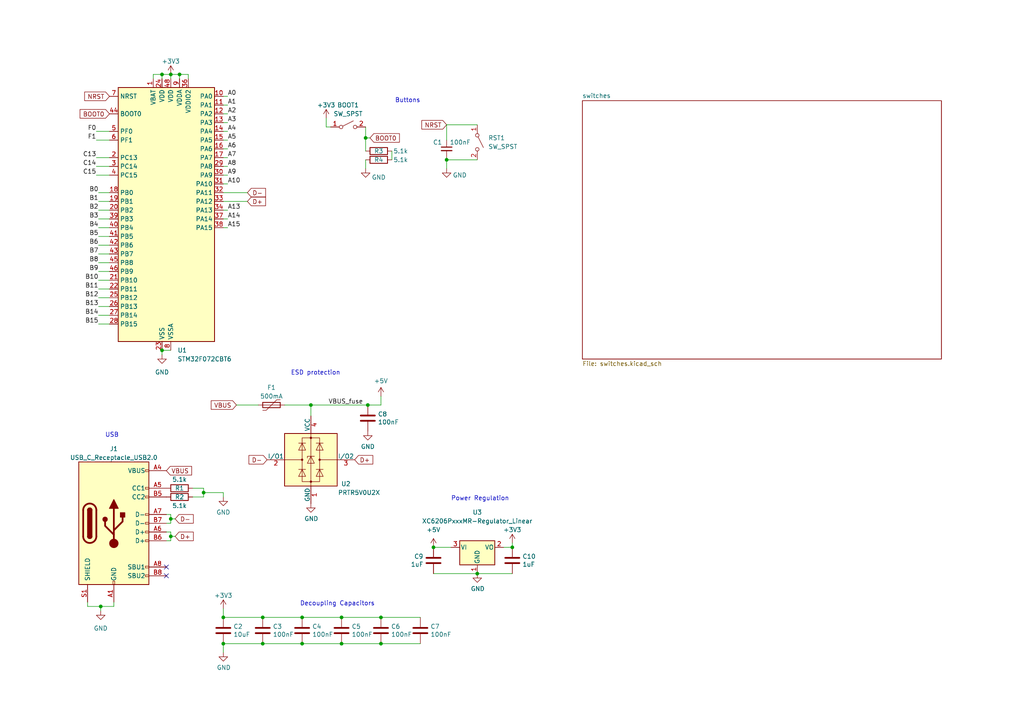
<source format=kicad_sch>
(kicad_sch
	(version 20231120)
	(generator "eeschema")
	(generator_version "8.0")
	(uuid "4d291fcf-fdf2-46ba-aa57-60bc75f9cc32")
	(paper "A4")
	(lib_symbols
		(symbol "+5V_1"
			(power)
			(pin_names
				(offset 0)
			)
			(exclude_from_sim no)
			(in_bom yes)
			(on_board yes)
			(property "Reference" "#PWR"
				(at 0 -3.81 0)
				(effects
					(font
						(size 1.27 1.27)
					)
					(hide yes)
				)
			)
			(property "Value" "+5V_1"
				(at 0 3.556 0)
				(effects
					(font
						(size 1.27 1.27)
					)
				)
			)
			(property "Footprint" ""
				(at 0 0 0)
				(effects
					(font
						(size 1.27 1.27)
					)
					(hide yes)
				)
			)
			(property "Datasheet" ""
				(at 0 0 0)
				(effects
					(font
						(size 1.27 1.27)
					)
					(hide yes)
				)
			)
			(property "Description" "Power symbol creates a global label with name \"+5V\""
				(at 0 0 0)
				(effects
					(font
						(size 1.27 1.27)
					)
					(hide yes)
				)
			)
			(property "ki_keywords" "global power"
				(at 0 0 0)
				(effects
					(font
						(size 1.27 1.27)
					)
					(hide yes)
				)
			)
			(symbol "+5V_1_0_1"
				(polyline
					(pts
						(xy -0.762 1.27) (xy 0 2.54)
					)
					(stroke
						(width 0)
						(type default)
					)
					(fill
						(type none)
					)
				)
				(polyline
					(pts
						(xy 0 0) (xy 0 2.54)
					)
					(stroke
						(width 0)
						(type default)
					)
					(fill
						(type none)
					)
				)
				(polyline
					(pts
						(xy 0 2.54) (xy 0.762 1.27)
					)
					(stroke
						(width 0)
						(type default)
					)
					(fill
						(type none)
					)
				)
			)
			(symbol "+5V_1_1_1"
				(pin power_in line
					(at 0 0 90)
					(length 0) hide
					(name "+5V"
						(effects
							(font
								(size 1.27 1.27)
							)
						)
					)
					(number "1"
						(effects
							(font
								(size 1.27 1.27)
							)
						)
					)
				)
			)
		)
		(symbol "Connector:USB_C_Receptacle_USB2.0"
			(pin_names
				(offset 1.016)
			)
			(exclude_from_sim no)
			(in_bom yes)
			(on_board yes)
			(property "Reference" "J"
				(at -10.16 19.05 0)
				(effects
					(font
						(size 1.27 1.27)
					)
					(justify left)
				)
			)
			(property "Value" "USB_C_Receptacle_USB2.0"
				(at 19.05 19.05 0)
				(effects
					(font
						(size 1.27 1.27)
					)
					(justify right)
				)
			)
			(property "Footprint" ""
				(at 3.81 0 0)
				(effects
					(font
						(size 1.27 1.27)
					)
					(hide yes)
				)
			)
			(property "Datasheet" "https://www.usb.org/sites/default/files/documents/usb_type-c.zip"
				(at 3.81 0 0)
				(effects
					(font
						(size 1.27 1.27)
					)
					(hide yes)
				)
			)
			(property "Description" "USB 2.0-only Type-C Receptacle connector"
				(at 0 0 0)
				(effects
					(font
						(size 1.27 1.27)
					)
					(hide yes)
				)
			)
			(property "ki_keywords" "usb universal serial bus type-C USB2.0"
				(at 0 0 0)
				(effects
					(font
						(size 1.27 1.27)
					)
					(hide yes)
				)
			)
			(property "ki_fp_filters" "USB*C*Receptacle*"
				(at 0 0 0)
				(effects
					(font
						(size 1.27 1.27)
					)
					(hide yes)
				)
			)
			(symbol "USB_C_Receptacle_USB2.0_0_0"
				(rectangle
					(start -0.254 -17.78)
					(end 0.254 -16.764)
					(stroke
						(width 0)
						(type default)
					)
					(fill
						(type none)
					)
				)
				(rectangle
					(start 10.16 -14.986)
					(end 9.144 -15.494)
					(stroke
						(width 0)
						(type default)
					)
					(fill
						(type none)
					)
				)
				(rectangle
					(start 10.16 -12.446)
					(end 9.144 -12.954)
					(stroke
						(width 0)
						(type default)
					)
					(fill
						(type none)
					)
				)
				(rectangle
					(start 10.16 -4.826)
					(end 9.144 -5.334)
					(stroke
						(width 0)
						(type default)
					)
					(fill
						(type none)
					)
				)
				(rectangle
					(start 10.16 -2.286)
					(end 9.144 -2.794)
					(stroke
						(width 0)
						(type default)
					)
					(fill
						(type none)
					)
				)
				(rectangle
					(start 10.16 0.254)
					(end 9.144 -0.254)
					(stroke
						(width 0)
						(type default)
					)
					(fill
						(type none)
					)
				)
				(rectangle
					(start 10.16 2.794)
					(end 9.144 2.286)
					(stroke
						(width 0)
						(type default)
					)
					(fill
						(type none)
					)
				)
				(rectangle
					(start 10.16 7.874)
					(end 9.144 7.366)
					(stroke
						(width 0)
						(type default)
					)
					(fill
						(type none)
					)
				)
				(rectangle
					(start 10.16 10.414)
					(end 9.144 9.906)
					(stroke
						(width 0)
						(type default)
					)
					(fill
						(type none)
					)
				)
				(rectangle
					(start 10.16 15.494)
					(end 9.144 14.986)
					(stroke
						(width 0)
						(type default)
					)
					(fill
						(type none)
					)
				)
			)
			(symbol "USB_C_Receptacle_USB2.0_0_1"
				(rectangle
					(start -10.16 17.78)
					(end 10.16 -17.78)
					(stroke
						(width 0.254)
						(type default)
					)
					(fill
						(type background)
					)
				)
				(arc
					(start -8.89 -3.81)
					(mid -6.985 -5.7067)
					(end -5.08 -3.81)
					(stroke
						(width 0.508)
						(type default)
					)
					(fill
						(type none)
					)
				)
				(arc
					(start -7.62 -3.81)
					(mid -6.985 -4.4423)
					(end -6.35 -3.81)
					(stroke
						(width 0.254)
						(type default)
					)
					(fill
						(type none)
					)
				)
				(arc
					(start -7.62 -3.81)
					(mid -6.985 -4.4423)
					(end -6.35 -3.81)
					(stroke
						(width 0.254)
						(type default)
					)
					(fill
						(type outline)
					)
				)
				(rectangle
					(start -7.62 -3.81)
					(end -6.35 3.81)
					(stroke
						(width 0.254)
						(type default)
					)
					(fill
						(type outline)
					)
				)
				(arc
					(start -6.35 3.81)
					(mid -6.985 4.4423)
					(end -7.62 3.81)
					(stroke
						(width 0.254)
						(type default)
					)
					(fill
						(type none)
					)
				)
				(arc
					(start -6.35 3.81)
					(mid -6.985 4.4423)
					(end -7.62 3.81)
					(stroke
						(width 0.254)
						(type default)
					)
					(fill
						(type outline)
					)
				)
				(arc
					(start -5.08 3.81)
					(mid -6.985 5.7067)
					(end -8.89 3.81)
					(stroke
						(width 0.508)
						(type default)
					)
					(fill
						(type none)
					)
				)
				(circle
					(center -2.54 1.143)
					(radius 0.635)
					(stroke
						(width 0.254)
						(type default)
					)
					(fill
						(type outline)
					)
				)
				(circle
					(center 0 -5.842)
					(radius 1.27)
					(stroke
						(width 0)
						(type default)
					)
					(fill
						(type outline)
					)
				)
				(polyline
					(pts
						(xy -8.89 -3.81) (xy -8.89 3.81)
					)
					(stroke
						(width 0.508)
						(type default)
					)
					(fill
						(type none)
					)
				)
				(polyline
					(pts
						(xy -5.08 3.81) (xy -5.08 -3.81)
					)
					(stroke
						(width 0.508)
						(type default)
					)
					(fill
						(type none)
					)
				)
				(polyline
					(pts
						(xy 0 -5.842) (xy 0 4.318)
					)
					(stroke
						(width 0.508)
						(type default)
					)
					(fill
						(type none)
					)
				)
				(polyline
					(pts
						(xy 0 -3.302) (xy -2.54 -0.762) (xy -2.54 0.508)
					)
					(stroke
						(width 0.508)
						(type default)
					)
					(fill
						(type none)
					)
				)
				(polyline
					(pts
						(xy 0 -2.032) (xy 2.54 0.508) (xy 2.54 1.778)
					)
					(stroke
						(width 0.508)
						(type default)
					)
					(fill
						(type none)
					)
				)
				(polyline
					(pts
						(xy -1.27 4.318) (xy 0 6.858) (xy 1.27 4.318) (xy -1.27 4.318)
					)
					(stroke
						(width 0.254)
						(type default)
					)
					(fill
						(type outline)
					)
				)
				(rectangle
					(start 1.905 1.778)
					(end 3.175 3.048)
					(stroke
						(width 0.254)
						(type default)
					)
					(fill
						(type outline)
					)
				)
			)
			(symbol "USB_C_Receptacle_USB2.0_1_1"
				(pin passive line
					(at 0 -22.86 90)
					(length 5.08)
					(name "GND"
						(effects
							(font
								(size 1.27 1.27)
							)
						)
					)
					(number "A1"
						(effects
							(font
								(size 1.27 1.27)
							)
						)
					)
				)
				(pin passive line
					(at 0 -22.86 90)
					(length 5.08) hide
					(name "GND"
						(effects
							(font
								(size 1.27 1.27)
							)
						)
					)
					(number "A12"
						(effects
							(font
								(size 1.27 1.27)
							)
						)
					)
				)
				(pin passive line
					(at 15.24 15.24 180)
					(length 5.08)
					(name "VBUS"
						(effects
							(font
								(size 1.27 1.27)
							)
						)
					)
					(number "A4"
						(effects
							(font
								(size 1.27 1.27)
							)
						)
					)
				)
				(pin bidirectional line
					(at 15.24 10.16 180)
					(length 5.08)
					(name "CC1"
						(effects
							(font
								(size 1.27 1.27)
							)
						)
					)
					(number "A5"
						(effects
							(font
								(size 1.27 1.27)
							)
						)
					)
				)
				(pin bidirectional line
					(at 15.24 -2.54 180)
					(length 5.08)
					(name "D+"
						(effects
							(font
								(size 1.27 1.27)
							)
						)
					)
					(number "A6"
						(effects
							(font
								(size 1.27 1.27)
							)
						)
					)
				)
				(pin bidirectional line
					(at 15.24 2.54 180)
					(length 5.08)
					(name "D-"
						(effects
							(font
								(size 1.27 1.27)
							)
						)
					)
					(number "A7"
						(effects
							(font
								(size 1.27 1.27)
							)
						)
					)
				)
				(pin bidirectional line
					(at 15.24 -12.7 180)
					(length 5.08)
					(name "SBU1"
						(effects
							(font
								(size 1.27 1.27)
							)
						)
					)
					(number "A8"
						(effects
							(font
								(size 1.27 1.27)
							)
						)
					)
				)
				(pin passive line
					(at 15.24 15.24 180)
					(length 5.08) hide
					(name "VBUS"
						(effects
							(font
								(size 1.27 1.27)
							)
						)
					)
					(number "A9"
						(effects
							(font
								(size 1.27 1.27)
							)
						)
					)
				)
				(pin passive line
					(at 0 -22.86 90)
					(length 5.08) hide
					(name "GND"
						(effects
							(font
								(size 1.27 1.27)
							)
						)
					)
					(number "B1"
						(effects
							(font
								(size 1.27 1.27)
							)
						)
					)
				)
				(pin passive line
					(at 0 -22.86 90)
					(length 5.08) hide
					(name "GND"
						(effects
							(font
								(size 1.27 1.27)
							)
						)
					)
					(number "B12"
						(effects
							(font
								(size 1.27 1.27)
							)
						)
					)
				)
				(pin passive line
					(at 15.24 15.24 180)
					(length 5.08) hide
					(name "VBUS"
						(effects
							(font
								(size 1.27 1.27)
							)
						)
					)
					(number "B4"
						(effects
							(font
								(size 1.27 1.27)
							)
						)
					)
				)
				(pin bidirectional line
					(at 15.24 7.62 180)
					(length 5.08)
					(name "CC2"
						(effects
							(font
								(size 1.27 1.27)
							)
						)
					)
					(number "B5"
						(effects
							(font
								(size 1.27 1.27)
							)
						)
					)
				)
				(pin bidirectional line
					(at 15.24 -5.08 180)
					(length 5.08)
					(name "D+"
						(effects
							(font
								(size 1.27 1.27)
							)
						)
					)
					(number "B6"
						(effects
							(font
								(size 1.27 1.27)
							)
						)
					)
				)
				(pin bidirectional line
					(at 15.24 0 180)
					(length 5.08)
					(name "D-"
						(effects
							(font
								(size 1.27 1.27)
							)
						)
					)
					(number "B7"
						(effects
							(font
								(size 1.27 1.27)
							)
						)
					)
				)
				(pin bidirectional line
					(at 15.24 -15.24 180)
					(length 5.08)
					(name "SBU2"
						(effects
							(font
								(size 1.27 1.27)
							)
						)
					)
					(number "B8"
						(effects
							(font
								(size 1.27 1.27)
							)
						)
					)
				)
				(pin passive line
					(at 15.24 15.24 180)
					(length 5.08) hide
					(name "VBUS"
						(effects
							(font
								(size 1.27 1.27)
							)
						)
					)
					(number "B9"
						(effects
							(font
								(size 1.27 1.27)
							)
						)
					)
				)
				(pin passive line
					(at -7.62 -22.86 90)
					(length 5.08)
					(name "SHIELD"
						(effects
							(font
								(size 1.27 1.27)
							)
						)
					)
					(number "S1"
						(effects
							(font
								(size 1.27 1.27)
							)
						)
					)
				)
			)
		)
		(symbol "Device:C"
			(pin_numbers hide)
			(pin_names
				(offset 0.254)
			)
			(exclude_from_sim no)
			(in_bom yes)
			(on_board yes)
			(property "Reference" "C"
				(at 0.635 2.54 0)
				(effects
					(font
						(size 1.27 1.27)
					)
					(justify left)
				)
			)
			(property "Value" "C"
				(at 0.635 -2.54 0)
				(effects
					(font
						(size 1.27 1.27)
					)
					(justify left)
				)
			)
			(property "Footprint" ""
				(at 0.9652 -3.81 0)
				(effects
					(font
						(size 1.27 1.27)
					)
					(hide yes)
				)
			)
			(property "Datasheet" "~"
				(at 0 0 0)
				(effects
					(font
						(size 1.27 1.27)
					)
					(hide yes)
				)
			)
			(property "Description" "Unpolarized capacitor"
				(at 0 0 0)
				(effects
					(font
						(size 1.27 1.27)
					)
					(hide yes)
				)
			)
			(property "ki_keywords" "cap capacitor"
				(at 0 0 0)
				(effects
					(font
						(size 1.27 1.27)
					)
					(hide yes)
				)
			)
			(property "ki_fp_filters" "C_*"
				(at 0 0 0)
				(effects
					(font
						(size 1.27 1.27)
					)
					(hide yes)
				)
			)
			(symbol "C_0_1"
				(polyline
					(pts
						(xy -2.032 -0.762) (xy 2.032 -0.762)
					)
					(stroke
						(width 0.508)
						(type default)
					)
					(fill
						(type none)
					)
				)
				(polyline
					(pts
						(xy -2.032 0.762) (xy 2.032 0.762)
					)
					(stroke
						(width 0.508)
						(type default)
					)
					(fill
						(type none)
					)
				)
			)
			(symbol "C_1_1"
				(pin passive line
					(at 0 3.81 270)
					(length 2.794)
					(name "~"
						(effects
							(font
								(size 1.27 1.27)
							)
						)
					)
					(number "1"
						(effects
							(font
								(size 1.27 1.27)
							)
						)
					)
				)
				(pin passive line
					(at 0 -3.81 90)
					(length 2.794)
					(name "~"
						(effects
							(font
								(size 1.27 1.27)
							)
						)
					)
					(number "2"
						(effects
							(font
								(size 1.27 1.27)
							)
						)
					)
				)
			)
		)
		(symbol "Device:C_Small"
			(pin_numbers hide)
			(pin_names
				(offset 0.254) hide)
			(exclude_from_sim no)
			(in_bom yes)
			(on_board yes)
			(property "Reference" "C"
				(at 0.254 1.778 0)
				(effects
					(font
						(size 1.27 1.27)
					)
					(justify left)
				)
			)
			(property "Value" "C_Small"
				(at 0.254 -2.032 0)
				(effects
					(font
						(size 1.27 1.27)
					)
					(justify left)
				)
			)
			(property "Footprint" ""
				(at 0 0 0)
				(effects
					(font
						(size 1.27 1.27)
					)
					(hide yes)
				)
			)
			(property "Datasheet" "~"
				(at 0 0 0)
				(effects
					(font
						(size 1.27 1.27)
					)
					(hide yes)
				)
			)
			(property "Description" "Unpolarized capacitor, small symbol"
				(at 0 0 0)
				(effects
					(font
						(size 1.27 1.27)
					)
					(hide yes)
				)
			)
			(property "ki_keywords" "capacitor cap"
				(at 0 0 0)
				(effects
					(font
						(size 1.27 1.27)
					)
					(hide yes)
				)
			)
			(property "ki_fp_filters" "C_*"
				(at 0 0 0)
				(effects
					(font
						(size 1.27 1.27)
					)
					(hide yes)
				)
			)
			(symbol "C_Small_0_1"
				(polyline
					(pts
						(xy -1.524 -0.508) (xy 1.524 -0.508)
					)
					(stroke
						(width 0.3302)
						(type default)
					)
					(fill
						(type none)
					)
				)
				(polyline
					(pts
						(xy -1.524 0.508) (xy 1.524 0.508)
					)
					(stroke
						(width 0.3048)
						(type default)
					)
					(fill
						(type none)
					)
				)
			)
			(symbol "C_Small_1_1"
				(pin passive line
					(at 0 2.54 270)
					(length 2.032)
					(name "~"
						(effects
							(font
								(size 1.27 1.27)
							)
						)
					)
					(number "1"
						(effects
							(font
								(size 1.27 1.27)
							)
						)
					)
				)
				(pin passive line
					(at 0 -2.54 90)
					(length 2.032)
					(name "~"
						(effects
							(font
								(size 1.27 1.27)
							)
						)
					)
					(number "2"
						(effects
							(font
								(size 1.27 1.27)
							)
						)
					)
				)
			)
		)
		(symbol "Device:Polyfuse"
			(pin_numbers hide)
			(pin_names
				(offset 0)
			)
			(exclude_from_sim no)
			(in_bom yes)
			(on_board yes)
			(property "Reference" "F"
				(at -2.54 0 90)
				(effects
					(font
						(size 1.27 1.27)
					)
				)
			)
			(property "Value" "Polyfuse"
				(at 2.54 0 90)
				(effects
					(font
						(size 1.27 1.27)
					)
				)
			)
			(property "Footprint" ""
				(at 1.27 -5.08 0)
				(effects
					(font
						(size 1.27 1.27)
					)
					(justify left)
					(hide yes)
				)
			)
			(property "Datasheet" "~"
				(at 0 0 0)
				(effects
					(font
						(size 1.27 1.27)
					)
					(hide yes)
				)
			)
			(property "Description" "Resettable fuse, polymeric positive temperature coefficient"
				(at 0 0 0)
				(effects
					(font
						(size 1.27 1.27)
					)
					(hide yes)
				)
			)
			(property "ki_keywords" "resettable fuse PTC PPTC polyfuse polyswitch"
				(at 0 0 0)
				(effects
					(font
						(size 1.27 1.27)
					)
					(hide yes)
				)
			)
			(property "ki_fp_filters" "*polyfuse* *PTC*"
				(at 0 0 0)
				(effects
					(font
						(size 1.27 1.27)
					)
					(hide yes)
				)
			)
			(symbol "Polyfuse_0_1"
				(rectangle
					(start -0.762 2.54)
					(end 0.762 -2.54)
					(stroke
						(width 0.254)
						(type default)
					)
					(fill
						(type none)
					)
				)
				(polyline
					(pts
						(xy 0 2.54) (xy 0 -2.54)
					)
					(stroke
						(width 0)
						(type default)
					)
					(fill
						(type none)
					)
				)
				(polyline
					(pts
						(xy -1.524 2.54) (xy -1.524 1.524) (xy 1.524 -1.524) (xy 1.524 -2.54)
					)
					(stroke
						(width 0)
						(type default)
					)
					(fill
						(type none)
					)
				)
			)
			(symbol "Polyfuse_1_1"
				(pin passive line
					(at 0 3.81 270)
					(length 1.27)
					(name "~"
						(effects
							(font
								(size 1.27 1.27)
							)
						)
					)
					(number "1"
						(effects
							(font
								(size 1.27 1.27)
							)
						)
					)
				)
				(pin passive line
					(at 0 -3.81 90)
					(length 1.27)
					(name "~"
						(effects
							(font
								(size 1.27 1.27)
							)
						)
					)
					(number "2"
						(effects
							(font
								(size 1.27 1.27)
							)
						)
					)
				)
			)
		)
		(symbol "Device:R"
			(pin_numbers hide)
			(pin_names
				(offset 0)
			)
			(exclude_from_sim no)
			(in_bom yes)
			(on_board yes)
			(property "Reference" "R"
				(at 2.032 0 90)
				(effects
					(font
						(size 1.27 1.27)
					)
				)
			)
			(property "Value" "R"
				(at 0 0 90)
				(effects
					(font
						(size 1.27 1.27)
					)
				)
			)
			(property "Footprint" ""
				(at -1.778 0 90)
				(effects
					(font
						(size 1.27 1.27)
					)
					(hide yes)
				)
			)
			(property "Datasheet" "~"
				(at 0 0 0)
				(effects
					(font
						(size 1.27 1.27)
					)
					(hide yes)
				)
			)
			(property "Description" "Resistor"
				(at 0 0 0)
				(effects
					(font
						(size 1.27 1.27)
					)
					(hide yes)
				)
			)
			(property "ki_keywords" "R res resistor"
				(at 0 0 0)
				(effects
					(font
						(size 1.27 1.27)
					)
					(hide yes)
				)
			)
			(property "ki_fp_filters" "R_*"
				(at 0 0 0)
				(effects
					(font
						(size 1.27 1.27)
					)
					(hide yes)
				)
			)
			(symbol "R_0_1"
				(rectangle
					(start -1.016 -2.54)
					(end 1.016 2.54)
					(stroke
						(width 0.254)
						(type default)
					)
					(fill
						(type none)
					)
				)
			)
			(symbol "R_1_1"
				(pin passive line
					(at 0 3.81 270)
					(length 1.27)
					(name "~"
						(effects
							(font
								(size 1.27 1.27)
							)
						)
					)
					(number "1"
						(effects
							(font
								(size 1.27 1.27)
							)
						)
					)
				)
				(pin passive line
					(at 0 -3.81 90)
					(length 1.27)
					(name "~"
						(effects
							(font
								(size 1.27 1.27)
							)
						)
					)
					(number "2"
						(effects
							(font
								(size 1.27 1.27)
							)
						)
					)
				)
			)
		)
		(symbol "MCU_ST_STM32F0:STM32F072CBTx"
			(exclude_from_sim no)
			(in_bom yes)
			(on_board yes)
			(property "Reference" "U"
				(at -12.7 39.37 0)
				(effects
					(font
						(size 1.27 1.27)
					)
					(justify left)
				)
			)
			(property "Value" "STM32F072CBTx"
				(at 10.16 39.37 0)
				(effects
					(font
						(size 1.27 1.27)
					)
					(justify left)
				)
			)
			(property "Footprint" "Package_QFP:LQFP-48_7x7mm_P0.5mm"
				(at -12.7 -35.56 0)
				(effects
					(font
						(size 1.27 1.27)
					)
					(justify right)
					(hide yes)
				)
			)
			(property "Datasheet" "https://www.st.com/resource/en/datasheet/stm32f072cb.pdf"
				(at 0 0 0)
				(effects
					(font
						(size 1.27 1.27)
					)
					(hide yes)
				)
			)
			(property "Description" "STMicroelectronics Arm Cortex-M0 MCU, 128KB flash, 16KB RAM, 48 MHz, 2.0-3.6V, 37 GPIO, LQFP48"
				(at 0 0 0)
				(effects
					(font
						(size 1.27 1.27)
					)
					(hide yes)
				)
			)
			(property "ki_locked" ""
				(at 0 0 0)
				(effects
					(font
						(size 1.27 1.27)
					)
				)
			)
			(property "ki_keywords" "Arm Cortex-M0 STM32F0 STM32F0x2"
				(at 0 0 0)
				(effects
					(font
						(size 1.27 1.27)
					)
					(hide yes)
				)
			)
			(property "ki_fp_filters" "LQFP*7x7mm*P0.5mm*"
				(at 0 0 0)
				(effects
					(font
						(size 1.27 1.27)
					)
					(hide yes)
				)
			)
			(symbol "STM32F072CBTx_0_1"
				(rectangle
					(start -12.7 -35.56)
					(end 15.24 38.1)
					(stroke
						(width 0.254)
						(type default)
					)
					(fill
						(type background)
					)
				)
			)
			(symbol "STM32F072CBTx_1_1"
				(pin power_in line
					(at -2.54 40.64 270)
					(length 2.54)
					(name "VBAT"
						(effects
							(font
								(size 1.27 1.27)
							)
						)
					)
					(number "1"
						(effects
							(font
								(size 1.27 1.27)
							)
						)
					)
				)
				(pin bidirectional line
					(at 17.78 35.56 180)
					(length 2.54)
					(name "PA0"
						(effects
							(font
								(size 1.27 1.27)
							)
						)
					)
					(number "10"
						(effects
							(font
								(size 1.27 1.27)
							)
						)
					)
					(alternate "ADC_IN0" bidirectional line)
					(alternate "COMP1_INM" bidirectional line)
					(alternate "COMP1_OUT" bidirectional line)
					(alternate "RTC_TAMP2" bidirectional line)
					(alternate "SYS_WKUP1" bidirectional line)
					(alternate "TIM2_CH1" bidirectional line)
					(alternate "TIM2_ETR" bidirectional line)
					(alternate "TSC_G1_IO1" bidirectional line)
					(alternate "USART2_CTS" bidirectional line)
					(alternate "USART4_TX" bidirectional line)
				)
				(pin bidirectional line
					(at 17.78 33.02 180)
					(length 2.54)
					(name "PA1"
						(effects
							(font
								(size 1.27 1.27)
							)
						)
					)
					(number "11"
						(effects
							(font
								(size 1.27 1.27)
							)
						)
					)
					(alternate "ADC_IN1" bidirectional line)
					(alternate "COMP1_INP" bidirectional line)
					(alternate "TIM15_CH1N" bidirectional line)
					(alternate "TIM2_CH2" bidirectional line)
					(alternate "TSC_G1_IO2" bidirectional line)
					(alternate "USART2_DE" bidirectional line)
					(alternate "USART2_RTS" bidirectional line)
					(alternate "USART4_RX" bidirectional line)
				)
				(pin bidirectional line
					(at 17.78 30.48 180)
					(length 2.54)
					(name "PA2"
						(effects
							(font
								(size 1.27 1.27)
							)
						)
					)
					(number "12"
						(effects
							(font
								(size 1.27 1.27)
							)
						)
					)
					(alternate "ADC_IN2" bidirectional line)
					(alternate "COMP2_INM" bidirectional line)
					(alternate "COMP2_OUT" bidirectional line)
					(alternate "SYS_WKUP4" bidirectional line)
					(alternate "TIM15_CH1" bidirectional line)
					(alternate "TIM2_CH3" bidirectional line)
					(alternate "TSC_G1_IO3" bidirectional line)
					(alternate "USART2_TX" bidirectional line)
				)
				(pin bidirectional line
					(at 17.78 27.94 180)
					(length 2.54)
					(name "PA3"
						(effects
							(font
								(size 1.27 1.27)
							)
						)
					)
					(number "13"
						(effects
							(font
								(size 1.27 1.27)
							)
						)
					)
					(alternate "ADC_IN3" bidirectional line)
					(alternate "COMP2_INP" bidirectional line)
					(alternate "TIM15_CH2" bidirectional line)
					(alternate "TIM2_CH4" bidirectional line)
					(alternate "TSC_G1_IO4" bidirectional line)
					(alternate "USART2_RX" bidirectional line)
				)
				(pin bidirectional line
					(at 17.78 25.4 180)
					(length 2.54)
					(name "PA4"
						(effects
							(font
								(size 1.27 1.27)
							)
						)
					)
					(number "14"
						(effects
							(font
								(size 1.27 1.27)
							)
						)
					)
					(alternate "ADC_IN4" bidirectional line)
					(alternate "COMP1_INM" bidirectional line)
					(alternate "COMP2_INM" bidirectional line)
					(alternate "DAC_OUT1" bidirectional line)
					(alternate "I2S1_WS" bidirectional line)
					(alternate "SPI1_NSS" bidirectional line)
					(alternate "TIM14_CH1" bidirectional line)
					(alternate "TSC_G2_IO1" bidirectional line)
					(alternate "USART2_CK" bidirectional line)
				)
				(pin bidirectional line
					(at 17.78 22.86 180)
					(length 2.54)
					(name "PA5"
						(effects
							(font
								(size 1.27 1.27)
							)
						)
					)
					(number "15"
						(effects
							(font
								(size 1.27 1.27)
							)
						)
					)
					(alternate "ADC_IN5" bidirectional line)
					(alternate "CEC" bidirectional line)
					(alternate "COMP1_INM" bidirectional line)
					(alternate "COMP2_INM" bidirectional line)
					(alternate "DAC_OUT2" bidirectional line)
					(alternate "I2S1_CK" bidirectional line)
					(alternate "SPI1_SCK" bidirectional line)
					(alternate "TIM2_CH1" bidirectional line)
					(alternate "TIM2_ETR" bidirectional line)
					(alternate "TSC_G2_IO2" bidirectional line)
				)
				(pin bidirectional line
					(at 17.78 20.32 180)
					(length 2.54)
					(name "PA6"
						(effects
							(font
								(size 1.27 1.27)
							)
						)
					)
					(number "16"
						(effects
							(font
								(size 1.27 1.27)
							)
						)
					)
					(alternate "ADC_IN6" bidirectional line)
					(alternate "COMP1_OUT" bidirectional line)
					(alternate "I2S1_MCK" bidirectional line)
					(alternate "SPI1_MISO" bidirectional line)
					(alternate "TIM16_CH1" bidirectional line)
					(alternate "TIM1_BKIN" bidirectional line)
					(alternate "TIM3_CH1" bidirectional line)
					(alternate "TSC_G2_IO3" bidirectional line)
					(alternate "USART3_CTS" bidirectional line)
				)
				(pin bidirectional line
					(at 17.78 17.78 180)
					(length 2.54)
					(name "PA7"
						(effects
							(font
								(size 1.27 1.27)
							)
						)
					)
					(number "17"
						(effects
							(font
								(size 1.27 1.27)
							)
						)
					)
					(alternate "ADC_IN7" bidirectional line)
					(alternate "COMP2_OUT" bidirectional line)
					(alternate "I2S1_SD" bidirectional line)
					(alternate "SPI1_MOSI" bidirectional line)
					(alternate "TIM14_CH1" bidirectional line)
					(alternate "TIM17_CH1" bidirectional line)
					(alternate "TIM1_CH1N" bidirectional line)
					(alternate "TIM3_CH2" bidirectional line)
					(alternate "TSC_G2_IO4" bidirectional line)
				)
				(pin bidirectional line
					(at -15.24 7.62 0)
					(length 2.54)
					(name "PB0"
						(effects
							(font
								(size 1.27 1.27)
							)
						)
					)
					(number "18"
						(effects
							(font
								(size 1.27 1.27)
							)
						)
					)
					(alternate "ADC_IN8" bidirectional line)
					(alternate "TIM1_CH2N" bidirectional line)
					(alternate "TIM3_CH3" bidirectional line)
					(alternate "TSC_G3_IO2" bidirectional line)
					(alternate "USART3_CK" bidirectional line)
				)
				(pin bidirectional line
					(at -15.24 5.08 0)
					(length 2.54)
					(name "PB1"
						(effects
							(font
								(size 1.27 1.27)
							)
						)
					)
					(number "19"
						(effects
							(font
								(size 1.27 1.27)
							)
						)
					)
					(alternate "ADC_IN9" bidirectional line)
					(alternate "TIM14_CH1" bidirectional line)
					(alternate "TIM1_CH3N" bidirectional line)
					(alternate "TIM3_CH4" bidirectional line)
					(alternate "TSC_G3_IO3" bidirectional line)
					(alternate "USART3_DE" bidirectional line)
					(alternate "USART3_RTS" bidirectional line)
				)
				(pin bidirectional line
					(at -15.24 17.78 0)
					(length 2.54)
					(name "PC13"
						(effects
							(font
								(size 1.27 1.27)
							)
						)
					)
					(number "2"
						(effects
							(font
								(size 1.27 1.27)
							)
						)
					)
					(alternate "RTC_OUT_ALARM" bidirectional line)
					(alternate "RTC_OUT_CALIB" bidirectional line)
					(alternate "RTC_TAMP1" bidirectional line)
					(alternate "RTC_TS" bidirectional line)
					(alternate "SYS_WKUP2" bidirectional line)
				)
				(pin bidirectional line
					(at -15.24 2.54 0)
					(length 2.54)
					(name "PB2"
						(effects
							(font
								(size 1.27 1.27)
							)
						)
					)
					(number "20"
						(effects
							(font
								(size 1.27 1.27)
							)
						)
					)
					(alternate "TSC_G3_IO4" bidirectional line)
				)
				(pin bidirectional line
					(at -15.24 -17.78 0)
					(length 2.54)
					(name "PB10"
						(effects
							(font
								(size 1.27 1.27)
							)
						)
					)
					(number "21"
						(effects
							(font
								(size 1.27 1.27)
							)
						)
					)
					(alternate "CEC" bidirectional line)
					(alternate "I2C2_SCL" bidirectional line)
					(alternate "I2S2_CK" bidirectional line)
					(alternate "SPI2_SCK" bidirectional line)
					(alternate "TIM2_CH3" bidirectional line)
					(alternate "TSC_SYNC" bidirectional line)
					(alternate "USART3_TX" bidirectional line)
				)
				(pin bidirectional line
					(at -15.24 -20.32 0)
					(length 2.54)
					(name "PB11"
						(effects
							(font
								(size 1.27 1.27)
							)
						)
					)
					(number "22"
						(effects
							(font
								(size 1.27 1.27)
							)
						)
					)
					(alternate "I2C2_SDA" bidirectional line)
					(alternate "TIM2_CH4" bidirectional line)
					(alternate "TSC_G6_IO1" bidirectional line)
					(alternate "USART3_RX" bidirectional line)
				)
				(pin power_in line
					(at 0 -38.1 90)
					(length 2.54)
					(name "VSS"
						(effects
							(font
								(size 1.27 1.27)
							)
						)
					)
					(number "23"
						(effects
							(font
								(size 1.27 1.27)
							)
						)
					)
				)
				(pin power_in line
					(at 0 40.64 270)
					(length 2.54)
					(name "VDD"
						(effects
							(font
								(size 1.27 1.27)
							)
						)
					)
					(number "24"
						(effects
							(font
								(size 1.27 1.27)
							)
						)
					)
				)
				(pin bidirectional line
					(at -15.24 -22.86 0)
					(length 2.54)
					(name "PB12"
						(effects
							(font
								(size 1.27 1.27)
							)
						)
					)
					(number "25"
						(effects
							(font
								(size 1.27 1.27)
							)
						)
					)
					(alternate "I2S2_WS" bidirectional line)
					(alternate "SPI2_NSS" bidirectional line)
					(alternate "TIM15_BKIN" bidirectional line)
					(alternate "TIM1_BKIN" bidirectional line)
					(alternate "TSC_G6_IO2" bidirectional line)
					(alternate "USART3_CK" bidirectional line)
				)
				(pin bidirectional line
					(at -15.24 -25.4 0)
					(length 2.54)
					(name "PB13"
						(effects
							(font
								(size 1.27 1.27)
							)
						)
					)
					(number "26"
						(effects
							(font
								(size 1.27 1.27)
							)
						)
					)
					(alternate "I2C2_SCL" bidirectional line)
					(alternate "I2S2_CK" bidirectional line)
					(alternate "SPI2_SCK" bidirectional line)
					(alternate "TIM1_CH1N" bidirectional line)
					(alternate "TSC_G6_IO3" bidirectional line)
					(alternate "USART3_CTS" bidirectional line)
				)
				(pin bidirectional line
					(at -15.24 -27.94 0)
					(length 2.54)
					(name "PB14"
						(effects
							(font
								(size 1.27 1.27)
							)
						)
					)
					(number "27"
						(effects
							(font
								(size 1.27 1.27)
							)
						)
					)
					(alternate "I2C2_SDA" bidirectional line)
					(alternate "I2S2_MCK" bidirectional line)
					(alternate "SPI2_MISO" bidirectional line)
					(alternate "TIM15_CH1" bidirectional line)
					(alternate "TIM1_CH2N" bidirectional line)
					(alternate "TSC_G6_IO4" bidirectional line)
					(alternate "USART3_DE" bidirectional line)
					(alternate "USART3_RTS" bidirectional line)
				)
				(pin bidirectional line
					(at -15.24 -30.48 0)
					(length 2.54)
					(name "PB15"
						(effects
							(font
								(size 1.27 1.27)
							)
						)
					)
					(number "28"
						(effects
							(font
								(size 1.27 1.27)
							)
						)
					)
					(alternate "I2S2_SD" bidirectional line)
					(alternate "RTC_REFIN" bidirectional line)
					(alternate "SPI2_MOSI" bidirectional line)
					(alternate "SYS_WKUP7" bidirectional line)
					(alternate "TIM15_CH1N" bidirectional line)
					(alternate "TIM15_CH2" bidirectional line)
					(alternate "TIM1_CH3N" bidirectional line)
				)
				(pin bidirectional line
					(at 17.78 15.24 180)
					(length 2.54)
					(name "PA8"
						(effects
							(font
								(size 1.27 1.27)
							)
						)
					)
					(number "29"
						(effects
							(font
								(size 1.27 1.27)
							)
						)
					)
					(alternate "CRS_SYNC" bidirectional line)
					(alternate "RCC_MCO" bidirectional line)
					(alternate "TIM1_CH1" bidirectional line)
					(alternate "USART1_CK" bidirectional line)
				)
				(pin bidirectional line
					(at -15.24 15.24 0)
					(length 2.54)
					(name "PC14"
						(effects
							(font
								(size 1.27 1.27)
							)
						)
					)
					(number "3"
						(effects
							(font
								(size 1.27 1.27)
							)
						)
					)
					(alternate "RCC_OSC32_IN" bidirectional line)
				)
				(pin bidirectional line
					(at 17.78 12.7 180)
					(length 2.54)
					(name "PA9"
						(effects
							(font
								(size 1.27 1.27)
							)
						)
					)
					(number "30"
						(effects
							(font
								(size 1.27 1.27)
							)
						)
					)
					(alternate "DAC_EXTI9" bidirectional line)
					(alternate "TIM15_BKIN" bidirectional line)
					(alternate "TIM1_CH2" bidirectional line)
					(alternate "TSC_G4_IO1" bidirectional line)
					(alternate "USART1_TX" bidirectional line)
				)
				(pin bidirectional line
					(at 17.78 10.16 180)
					(length 2.54)
					(name "PA10"
						(effects
							(font
								(size 1.27 1.27)
							)
						)
					)
					(number "31"
						(effects
							(font
								(size 1.27 1.27)
							)
						)
					)
					(alternate "TIM17_BKIN" bidirectional line)
					(alternate "TIM1_CH3" bidirectional line)
					(alternate "TSC_G4_IO2" bidirectional line)
					(alternate "USART1_RX" bidirectional line)
				)
				(pin bidirectional line
					(at 17.78 7.62 180)
					(length 2.54)
					(name "PA11"
						(effects
							(font
								(size 1.27 1.27)
							)
						)
					)
					(number "32"
						(effects
							(font
								(size 1.27 1.27)
							)
						)
					)
					(alternate "CAN_RX" bidirectional line)
					(alternate "COMP1_OUT" bidirectional line)
					(alternate "TIM1_CH4" bidirectional line)
					(alternate "TSC_G4_IO3" bidirectional line)
					(alternate "USART1_CTS" bidirectional line)
					(alternate "USB_DM" bidirectional line)
				)
				(pin bidirectional line
					(at 17.78 5.08 180)
					(length 2.54)
					(name "PA12"
						(effects
							(font
								(size 1.27 1.27)
							)
						)
					)
					(number "33"
						(effects
							(font
								(size 1.27 1.27)
							)
						)
					)
					(alternate "CAN_TX" bidirectional line)
					(alternate "COMP2_OUT" bidirectional line)
					(alternate "TIM1_ETR" bidirectional line)
					(alternate "TSC_G4_IO4" bidirectional line)
					(alternate "USART1_DE" bidirectional line)
					(alternate "USART1_RTS" bidirectional line)
					(alternate "USB_DP" bidirectional line)
				)
				(pin bidirectional line
					(at 17.78 2.54 180)
					(length 2.54)
					(name "PA13"
						(effects
							(font
								(size 1.27 1.27)
							)
						)
					)
					(number "34"
						(effects
							(font
								(size 1.27 1.27)
							)
						)
					)
					(alternate "IR_OUT" bidirectional line)
					(alternate "SYS_SWDIO" bidirectional line)
					(alternate "USB_NOE" bidirectional line)
				)
				(pin passive line
					(at 0 -38.1 90)
					(length 2.54) hide
					(name "VSS"
						(effects
							(font
								(size 1.27 1.27)
							)
						)
					)
					(number "35"
						(effects
							(font
								(size 1.27 1.27)
							)
						)
					)
				)
				(pin power_in line
					(at 7.62 40.64 270)
					(length 2.54)
					(name "VDDIO2"
						(effects
							(font
								(size 1.27 1.27)
							)
						)
					)
					(number "36"
						(effects
							(font
								(size 1.27 1.27)
							)
						)
					)
				)
				(pin bidirectional line
					(at 17.78 0 180)
					(length 2.54)
					(name "PA14"
						(effects
							(font
								(size 1.27 1.27)
							)
						)
					)
					(number "37"
						(effects
							(font
								(size 1.27 1.27)
							)
						)
					)
					(alternate "SYS_SWCLK" bidirectional line)
					(alternate "USART2_TX" bidirectional line)
				)
				(pin bidirectional line
					(at 17.78 -2.54 180)
					(length 2.54)
					(name "PA15"
						(effects
							(font
								(size 1.27 1.27)
							)
						)
					)
					(number "38"
						(effects
							(font
								(size 1.27 1.27)
							)
						)
					)
					(alternate "I2S1_WS" bidirectional line)
					(alternate "SPI1_NSS" bidirectional line)
					(alternate "TIM2_CH1" bidirectional line)
					(alternate "TIM2_ETR" bidirectional line)
					(alternate "USART2_RX" bidirectional line)
					(alternate "USART4_DE" bidirectional line)
					(alternate "USART4_RTS" bidirectional line)
				)
				(pin bidirectional line
					(at -15.24 0 0)
					(length 2.54)
					(name "PB3"
						(effects
							(font
								(size 1.27 1.27)
							)
						)
					)
					(number "39"
						(effects
							(font
								(size 1.27 1.27)
							)
						)
					)
					(alternate "I2S1_CK" bidirectional line)
					(alternate "SPI1_SCK" bidirectional line)
					(alternate "TIM2_CH2" bidirectional line)
					(alternate "TSC_G5_IO1" bidirectional line)
				)
				(pin bidirectional line
					(at -15.24 12.7 0)
					(length 2.54)
					(name "PC15"
						(effects
							(font
								(size 1.27 1.27)
							)
						)
					)
					(number "4"
						(effects
							(font
								(size 1.27 1.27)
							)
						)
					)
					(alternate "RCC_OSC32_OUT" bidirectional line)
				)
				(pin bidirectional line
					(at -15.24 -2.54 0)
					(length 2.54)
					(name "PB4"
						(effects
							(font
								(size 1.27 1.27)
							)
						)
					)
					(number "40"
						(effects
							(font
								(size 1.27 1.27)
							)
						)
					)
					(alternate "I2S1_MCK" bidirectional line)
					(alternate "SPI1_MISO" bidirectional line)
					(alternate "TIM17_BKIN" bidirectional line)
					(alternate "TIM3_CH1" bidirectional line)
					(alternate "TSC_G5_IO2" bidirectional line)
				)
				(pin bidirectional line
					(at -15.24 -5.08 0)
					(length 2.54)
					(name "PB5"
						(effects
							(font
								(size 1.27 1.27)
							)
						)
					)
					(number "41"
						(effects
							(font
								(size 1.27 1.27)
							)
						)
					)
					(alternate "I2C1_SMBA" bidirectional line)
					(alternate "I2S1_SD" bidirectional line)
					(alternate "SPI1_MOSI" bidirectional line)
					(alternate "SYS_WKUP6" bidirectional line)
					(alternate "TIM16_BKIN" bidirectional line)
					(alternate "TIM3_CH2" bidirectional line)
				)
				(pin bidirectional line
					(at -15.24 -7.62 0)
					(length 2.54)
					(name "PB6"
						(effects
							(font
								(size 1.27 1.27)
							)
						)
					)
					(number "42"
						(effects
							(font
								(size 1.27 1.27)
							)
						)
					)
					(alternate "I2C1_SCL" bidirectional line)
					(alternate "TIM16_CH1N" bidirectional line)
					(alternate "TSC_G5_IO3" bidirectional line)
					(alternate "USART1_TX" bidirectional line)
				)
				(pin bidirectional line
					(at -15.24 -10.16 0)
					(length 2.54)
					(name "PB7"
						(effects
							(font
								(size 1.27 1.27)
							)
						)
					)
					(number "43"
						(effects
							(font
								(size 1.27 1.27)
							)
						)
					)
					(alternate "I2C1_SDA" bidirectional line)
					(alternate "TIM17_CH1N" bidirectional line)
					(alternate "TSC_G5_IO4" bidirectional line)
					(alternate "USART1_RX" bidirectional line)
					(alternate "USART4_CTS" bidirectional line)
				)
				(pin input line
					(at -15.24 30.48 0)
					(length 2.54)
					(name "BOOT0"
						(effects
							(font
								(size 1.27 1.27)
							)
						)
					)
					(number "44"
						(effects
							(font
								(size 1.27 1.27)
							)
						)
					)
				)
				(pin bidirectional line
					(at -15.24 -12.7 0)
					(length 2.54)
					(name "PB8"
						(effects
							(font
								(size 1.27 1.27)
							)
						)
					)
					(number "45"
						(effects
							(font
								(size 1.27 1.27)
							)
						)
					)
					(alternate "CAN_RX" bidirectional line)
					(alternate "CEC" bidirectional line)
					(alternate "I2C1_SCL" bidirectional line)
					(alternate "TIM16_CH1" bidirectional line)
					(alternate "TSC_SYNC" bidirectional line)
				)
				(pin bidirectional line
					(at -15.24 -15.24 0)
					(length 2.54)
					(name "PB9"
						(effects
							(font
								(size 1.27 1.27)
							)
						)
					)
					(number "46"
						(effects
							(font
								(size 1.27 1.27)
							)
						)
					)
					(alternate "CAN_TX" bidirectional line)
					(alternate "DAC_EXTI9" bidirectional line)
					(alternate "I2C1_SDA" bidirectional line)
					(alternate "I2S2_WS" bidirectional line)
					(alternate "IR_OUT" bidirectional line)
					(alternate "SPI2_NSS" bidirectional line)
					(alternate "TIM17_CH1" bidirectional line)
				)
				(pin passive line
					(at 0 -38.1 90)
					(length 2.54) hide
					(name "VSS"
						(effects
							(font
								(size 1.27 1.27)
							)
						)
					)
					(number "47"
						(effects
							(font
								(size 1.27 1.27)
							)
						)
					)
				)
				(pin power_in line
					(at 2.54 40.64 270)
					(length 2.54)
					(name "VDD"
						(effects
							(font
								(size 1.27 1.27)
							)
						)
					)
					(number "48"
						(effects
							(font
								(size 1.27 1.27)
							)
						)
					)
				)
				(pin bidirectional line
					(at -15.24 25.4 0)
					(length 2.54)
					(name "PF0"
						(effects
							(font
								(size 1.27 1.27)
							)
						)
					)
					(number "5"
						(effects
							(font
								(size 1.27 1.27)
							)
						)
					)
					(alternate "CRS_SYNC" bidirectional line)
					(alternate "RCC_OSC_IN" bidirectional line)
				)
				(pin bidirectional line
					(at -15.24 22.86 0)
					(length 2.54)
					(name "PF1"
						(effects
							(font
								(size 1.27 1.27)
							)
						)
					)
					(number "6"
						(effects
							(font
								(size 1.27 1.27)
							)
						)
					)
					(alternate "RCC_OSC_OUT" bidirectional line)
				)
				(pin input line
					(at -15.24 35.56 0)
					(length 2.54)
					(name "NRST"
						(effects
							(font
								(size 1.27 1.27)
							)
						)
					)
					(number "7"
						(effects
							(font
								(size 1.27 1.27)
							)
						)
					)
				)
				(pin power_in line
					(at 2.54 -38.1 90)
					(length 2.54)
					(name "VSSA"
						(effects
							(font
								(size 1.27 1.27)
							)
						)
					)
					(number "8"
						(effects
							(font
								(size 1.27 1.27)
							)
						)
					)
				)
				(pin power_in line
					(at 5.08 40.64 270)
					(length 2.54)
					(name "VDDA"
						(effects
							(font
								(size 1.27 1.27)
							)
						)
					)
					(number "9"
						(effects
							(font
								(size 1.27 1.27)
							)
						)
					)
				)
			)
		)
		(symbol "Power_Protection:PRTR5V0U2X"
			(pin_names
				(offset 0)
			)
			(exclude_from_sim no)
			(in_bom yes)
			(on_board yes)
			(property "Reference" "D"
				(at 2.794 8.636 0)
				(effects
					(font
						(size 1.27 1.27)
					)
				)
			)
			(property "Value" "PRTR5V0U2X"
				(at 8.128 -9.398 0)
				(effects
					(font
						(size 1.27 1.27)
					)
				)
			)
			(property "Footprint" "Package_TO_SOT_SMD:SOT-143"
				(at 1.524 0 0)
				(effects
					(font
						(size 1.27 1.27)
					)
					(hide yes)
				)
			)
			(property "Datasheet" "https://assets.nexperia.com/documents/data-sheet/PRTR5V0U2X.pdf"
				(at 1.524 0 0)
				(effects
					(font
						(size 1.27 1.27)
					)
					(hide yes)
				)
			)
			(property "Description" "Ultra low capacitance double rail-to-rail ESD protection diode, SOT-143"
				(at 0 0 0)
				(effects
					(font
						(size 1.27 1.27)
					)
					(hide yes)
				)
			)
			(property "ki_keywords" "ESD protection diode"
				(at 0 0 0)
				(effects
					(font
						(size 1.27 1.27)
					)
					(hide yes)
				)
			)
			(property "ki_fp_filters" "SOT?143*"
				(at 0 0 0)
				(effects
					(font
						(size 1.27 1.27)
					)
					(hide yes)
				)
			)
			(symbol "PRTR5V0U2X_0_1"
				(rectangle
					(start -7.62 -7.62)
					(end 7.62 7.62)
					(stroke
						(width 0.254)
						(type default)
					)
					(fill
						(type background)
					)
				)
				(circle
					(center -2.54 0)
					(radius 0.254)
					(stroke
						(width 0)
						(type default)
					)
					(fill
						(type outline)
					)
				)
				(rectangle
					(start -2.54 6.35)
					(end 2.54 -6.35)
					(stroke
						(width 0)
						(type default)
					)
					(fill
						(type none)
					)
				)
				(circle
					(center 0 -6.35)
					(radius 0.254)
					(stroke
						(width 0)
						(type default)
					)
					(fill
						(type outline)
					)
				)
				(polyline
					(pts
						(xy -2.54 0) (xy -7.62 0)
					)
					(stroke
						(width 0)
						(type default)
					)
					(fill
						(type none)
					)
				)
				(polyline
					(pts
						(xy -1.524 -2.794) (xy -3.556 -2.794)
					)
					(stroke
						(width 0)
						(type default)
					)
					(fill
						(type none)
					)
				)
				(polyline
					(pts
						(xy -1.524 4.826) (xy -3.556 4.826)
					)
					(stroke
						(width 0)
						(type default)
					)
					(fill
						(type none)
					)
				)
				(polyline
					(pts
						(xy 0 -7.62) (xy 0 7.62)
					)
					(stroke
						(width 0)
						(type default)
					)
					(fill
						(type none)
					)
				)
				(polyline
					(pts
						(xy 1.524 -2.794) (xy 3.556 -2.794)
					)
					(stroke
						(width 0)
						(type default)
					)
					(fill
						(type none)
					)
				)
				(polyline
					(pts
						(xy 1.524 4.826) (xy 3.556 4.826)
					)
					(stroke
						(width 0)
						(type default)
					)
					(fill
						(type none)
					)
				)
				(polyline
					(pts
						(xy 2.54 0) (xy 7.62 0)
					)
					(stroke
						(width 0)
						(type default)
					)
					(fill
						(type none)
					)
				)
				(polyline
					(pts
						(xy 1.016 1.016) (xy -1.016 1.016) (xy -1.016 0.508)
					)
					(stroke
						(width 0)
						(type default)
					)
					(fill
						(type none)
					)
				)
				(polyline
					(pts
						(xy -3.556 -4.826) (xy -1.524 -4.826) (xy -2.54 -2.794) (xy -3.556 -4.826)
					)
					(stroke
						(width 0)
						(type default)
					)
					(fill
						(type none)
					)
				)
				(polyline
					(pts
						(xy -3.556 2.794) (xy -1.524 2.794) (xy -2.54 4.826) (xy -3.556 2.794)
					)
					(stroke
						(width 0)
						(type default)
					)
					(fill
						(type none)
					)
				)
				(polyline
					(pts
						(xy -1.016 -1.016) (xy 1.016 -1.016) (xy 0 1.016) (xy -1.016 -1.016)
					)
					(stroke
						(width 0)
						(type default)
					)
					(fill
						(type none)
					)
				)
				(polyline
					(pts
						(xy 3.556 -4.826) (xy 1.524 -4.826) (xy 2.54 -2.794) (xy 3.556 -4.826)
					)
					(stroke
						(width 0)
						(type default)
					)
					(fill
						(type none)
					)
				)
				(polyline
					(pts
						(xy 3.556 2.794) (xy 1.524 2.794) (xy 2.54 4.826) (xy 3.556 2.794)
					)
					(stroke
						(width 0)
						(type default)
					)
					(fill
						(type none)
					)
				)
				(circle
					(center 0 6.35)
					(radius 0.254)
					(stroke
						(width 0)
						(type default)
					)
					(fill
						(type outline)
					)
				)
				(circle
					(center 2.54 0)
					(radius 0.254)
					(stroke
						(width 0)
						(type default)
					)
					(fill
						(type outline)
					)
				)
			)
			(symbol "PRTR5V0U2X_1_1"
				(pin passive line
					(at 0 -12.7 90)
					(length 5.08)
					(name "GND"
						(effects
							(font
								(size 1.27 1.27)
							)
						)
					)
					(number "1"
						(effects
							(font
								(size 1.27 1.27)
							)
						)
					)
				)
				(pin passive line
					(at -12.7 0 0)
					(length 5.08)
					(name "I/O1"
						(effects
							(font
								(size 1.27 1.27)
							)
						)
					)
					(number "2"
						(effects
							(font
								(size 1.27 1.27)
							)
						)
					)
				)
				(pin passive line
					(at 12.7 0 180)
					(length 5.08)
					(name "I/O2"
						(effects
							(font
								(size 1.27 1.27)
							)
						)
					)
					(number "3"
						(effects
							(font
								(size 1.27 1.27)
							)
						)
					)
				)
				(pin passive line
					(at 0 12.7 270)
					(length 5.08)
					(name "VCC"
						(effects
							(font
								(size 1.27 1.27)
							)
						)
					)
					(number "4"
						(effects
							(font
								(size 1.27 1.27)
							)
						)
					)
				)
			)
		)
		(symbol "Switch:SW_SPST"
			(pin_names
				(offset 0) hide)
			(exclude_from_sim no)
			(in_bom yes)
			(on_board yes)
			(property "Reference" "SW"
				(at 0 3.175 0)
				(effects
					(font
						(size 1.27 1.27)
					)
				)
			)
			(property "Value" "SW_SPST"
				(at 0 -2.54 0)
				(effects
					(font
						(size 1.27 1.27)
					)
				)
			)
			(property "Footprint" ""
				(at 0 0 0)
				(effects
					(font
						(size 1.27 1.27)
					)
					(hide yes)
				)
			)
			(property "Datasheet" "~"
				(at 0 0 0)
				(effects
					(font
						(size 1.27 1.27)
					)
					(hide yes)
				)
			)
			(property "Description" "Single Pole Single Throw (SPST) switch"
				(at 0 0 0)
				(effects
					(font
						(size 1.27 1.27)
					)
					(hide yes)
				)
			)
			(property "ki_keywords" "switch lever"
				(at 0 0 0)
				(effects
					(font
						(size 1.27 1.27)
					)
					(hide yes)
				)
			)
			(symbol "SW_SPST_0_0"
				(circle
					(center -2.032 0)
					(radius 0.508)
					(stroke
						(width 0)
						(type default)
					)
					(fill
						(type none)
					)
				)
				(polyline
					(pts
						(xy -1.524 0.254) (xy 1.524 1.778)
					)
					(stroke
						(width 0)
						(type default)
					)
					(fill
						(type none)
					)
				)
				(circle
					(center 2.032 0)
					(radius 0.508)
					(stroke
						(width 0)
						(type default)
					)
					(fill
						(type none)
					)
				)
			)
			(symbol "SW_SPST_1_1"
				(pin passive line
					(at -5.08 0 0)
					(length 2.54)
					(name "A"
						(effects
							(font
								(size 1.27 1.27)
							)
						)
					)
					(number "1"
						(effects
							(font
								(size 1.27 1.27)
							)
						)
					)
				)
				(pin passive line
					(at 5.08 0 180)
					(length 2.54)
					(name "B"
						(effects
							(font
								(size 1.27 1.27)
							)
						)
					)
					(number "2"
						(effects
							(font
								(size 1.27 1.27)
							)
						)
					)
				)
			)
		)
		(symbol "kicad-keyboard-parts:XC6206PxxxMR-Regulator_Linear"
			(pin_names
				(offset 0.254)
			)
			(exclude_from_sim no)
			(in_bom yes)
			(on_board yes)
			(property "Reference" "U"
				(at -3.81 3.175 0)
				(effects
					(font
						(size 1.27 1.27)
					)
				)
			)
			(property "Value" "XC6206PxxxMR-Regulator_Linear"
				(at 0 3.175 0)
				(effects
					(font
						(size 1.27 1.27)
					)
					(justify left)
				)
			)
			(property "Footprint" "Package_TO_SOT_SMD:SOT-23"
				(at 0 5.715 0)
				(effects
					(font
						(size 1.27 1.27)
						(italic yes)
					)
					(hide yes)
				)
			)
			(property "Datasheet" "https://www.torexsemi.com/file/xc6206/XC6206.pdf"
				(at 0 0 0)
				(effects
					(font
						(size 1.27 1.27)
					)
					(hide yes)
				)
			)
			(property "Description" "SMD LDO regulator family"
				(at 0 0 0)
				(effects
					(font
						(size 1.27 1.27)
					)
					(hide yes)
				)
			)
			(property "LCSC" "C5446"
				(at 0 0 0)
				(effects
					(font
						(size 1.27 1.27)
					)
				)
			)
			(property "ki_keywords" "LDO voltage regulator"
				(at 0 0 0)
				(effects
					(font
						(size 1.27 1.27)
					)
					(hide yes)
				)
			)
			(property "ki_fp_filters" "SOT?23*"
				(at 0 0 0)
				(effects
					(font
						(size 1.27 1.27)
					)
					(hide yes)
				)
			)
			(symbol "XC6206PxxxMR-Regulator_Linear_0_1"
				(rectangle
					(start -5.08 1.905)
					(end 5.08 -5.08)
					(stroke
						(width 0.254)
						(type default)
					)
					(fill
						(type background)
					)
				)
			)
			(symbol "XC6206PxxxMR-Regulator_Linear_1_1"
				(pin power_in line
					(at 0 -7.62 90)
					(length 2.54)
					(name "GND"
						(effects
							(font
								(size 1.27 1.27)
							)
						)
					)
					(number "1"
						(effects
							(font
								(size 1.27 1.27)
							)
						)
					)
				)
				(pin power_out line
					(at 7.62 0 180)
					(length 2.54)
					(name "VO"
						(effects
							(font
								(size 1.27 1.27)
							)
						)
					)
					(number "2"
						(effects
							(font
								(size 1.27 1.27)
							)
						)
					)
				)
				(pin power_in line
					(at -7.62 0 0)
					(length 2.54)
					(name "VI"
						(effects
							(font
								(size 1.27 1.27)
							)
						)
					)
					(number "3"
						(effects
							(font
								(size 1.27 1.27)
							)
						)
					)
				)
			)
		)
		(symbol "power:+3V3"
			(power)
			(pin_names
				(offset 0)
			)
			(exclude_from_sim no)
			(in_bom yes)
			(on_board yes)
			(property "Reference" "#PWR"
				(at 0 -3.81 0)
				(effects
					(font
						(size 1.27 1.27)
					)
					(hide yes)
				)
			)
			(property "Value" "+3V3"
				(at 0 3.556 0)
				(effects
					(font
						(size 1.27 1.27)
					)
				)
			)
			(property "Footprint" ""
				(at 0 0 0)
				(effects
					(font
						(size 1.27 1.27)
					)
					(hide yes)
				)
			)
			(property "Datasheet" ""
				(at 0 0 0)
				(effects
					(font
						(size 1.27 1.27)
					)
					(hide yes)
				)
			)
			(property "Description" "Power symbol creates a global label with name \"+3V3\""
				(at 0 0 0)
				(effects
					(font
						(size 1.27 1.27)
					)
					(hide yes)
				)
			)
			(property "ki_keywords" "global power"
				(at 0 0 0)
				(effects
					(font
						(size 1.27 1.27)
					)
					(hide yes)
				)
			)
			(symbol "+3V3_0_1"
				(polyline
					(pts
						(xy -0.762 1.27) (xy 0 2.54)
					)
					(stroke
						(width 0)
						(type default)
					)
					(fill
						(type none)
					)
				)
				(polyline
					(pts
						(xy 0 0) (xy 0 2.54)
					)
					(stroke
						(width 0)
						(type default)
					)
					(fill
						(type none)
					)
				)
				(polyline
					(pts
						(xy 0 2.54) (xy 0.762 1.27)
					)
					(stroke
						(width 0)
						(type default)
					)
					(fill
						(type none)
					)
				)
			)
			(symbol "+3V3_1_1"
				(pin power_in line
					(at 0 0 90)
					(length 0) hide
					(name "+3V3"
						(effects
							(font
								(size 1.27 1.27)
							)
						)
					)
					(number "1"
						(effects
							(font
								(size 1.27 1.27)
							)
						)
					)
				)
			)
		)
		(symbol "power:+5V"
			(power)
			(pin_names
				(offset 0)
			)
			(exclude_from_sim no)
			(in_bom yes)
			(on_board yes)
			(property "Reference" "#PWR"
				(at 0 -3.81 0)
				(effects
					(font
						(size 1.27 1.27)
					)
					(hide yes)
				)
			)
			(property "Value" "+5V"
				(at 0 3.556 0)
				(effects
					(font
						(size 1.27 1.27)
					)
				)
			)
			(property "Footprint" ""
				(at 0 0 0)
				(effects
					(font
						(size 1.27 1.27)
					)
					(hide yes)
				)
			)
			(property "Datasheet" ""
				(at 0 0 0)
				(effects
					(font
						(size 1.27 1.27)
					)
					(hide yes)
				)
			)
			(property "Description" "Power symbol creates a global label with name \"+5V\""
				(at 0 0 0)
				(effects
					(font
						(size 1.27 1.27)
					)
					(hide yes)
				)
			)
			(property "ki_keywords" "power-flag"
				(at 0 0 0)
				(effects
					(font
						(size 1.27 1.27)
					)
					(hide yes)
				)
			)
			(symbol "+5V_0_1"
				(polyline
					(pts
						(xy -0.762 1.27) (xy 0 2.54)
					)
					(stroke
						(width 0)
						(type default)
					)
					(fill
						(type none)
					)
				)
				(polyline
					(pts
						(xy 0 0) (xy 0 2.54)
					)
					(stroke
						(width 0)
						(type default)
					)
					(fill
						(type none)
					)
				)
				(polyline
					(pts
						(xy 0 2.54) (xy 0.762 1.27)
					)
					(stroke
						(width 0)
						(type default)
					)
					(fill
						(type none)
					)
				)
			)
			(symbol "+5V_1_1"
				(pin power_in line
					(at 0 0 90)
					(length 0) hide
					(name "+5V"
						(effects
							(font
								(size 1.27 1.27)
							)
						)
					)
					(number "1"
						(effects
							(font
								(size 1.27 1.27)
							)
						)
					)
				)
			)
		)
		(symbol "power:GND"
			(power)
			(pin_names
				(offset 0)
			)
			(exclude_from_sim no)
			(in_bom yes)
			(on_board yes)
			(property "Reference" "#PWR"
				(at 0 -6.35 0)
				(effects
					(font
						(size 1.27 1.27)
					)
					(hide yes)
				)
			)
			(property "Value" "GND"
				(at 0 -3.81 0)
				(effects
					(font
						(size 1.27 1.27)
					)
				)
			)
			(property "Footprint" ""
				(at 0 0 0)
				(effects
					(font
						(size 1.27 1.27)
					)
					(hide yes)
				)
			)
			(property "Datasheet" ""
				(at 0 0 0)
				(effects
					(font
						(size 1.27 1.27)
					)
					(hide yes)
				)
			)
			(property "Description" "Power symbol creates a global label with name \"GND\" , ground"
				(at 0 0 0)
				(effects
					(font
						(size 1.27 1.27)
					)
					(hide yes)
				)
			)
			(property "ki_keywords" "global power"
				(at 0 0 0)
				(effects
					(font
						(size 1.27 1.27)
					)
					(hide yes)
				)
			)
			(symbol "GND_0_1"
				(polyline
					(pts
						(xy 0 0) (xy 0 -1.27) (xy 1.27 -1.27) (xy 0 -2.54) (xy -1.27 -1.27) (xy 0 -1.27)
					)
					(stroke
						(width 0)
						(type default)
					)
					(fill
						(type none)
					)
				)
			)
			(symbol "GND_1_1"
				(pin power_in line
					(at 0 0 270)
					(length 0) hide
					(name "GND"
						(effects
							(font
								(size 1.27 1.27)
							)
						)
					)
					(number "1"
						(effects
							(font
								(size 1.27 1.27)
							)
						)
					)
				)
			)
		)
	)
	(junction
		(at 106.045 40.005)
		(diameter 0)
		(color 0 0 0 0)
		(uuid "0d582eac-b1ed-4447-a35e-576e8cb16b42")
	)
	(junction
		(at 49.53 21.59)
		(diameter 0)
		(color 0 0 0 0)
		(uuid "189312bf-8f29-47d4-9d40-19685f452270")
	)
	(junction
		(at 148.59 158.75)
		(diameter 0)
		(color 0 0 0 0)
		(uuid "3b3b1bbf-6948-4040-9950-7c122605b5c7")
	)
	(junction
		(at 59.055 142.875)
		(diameter 0)
		(color 0 0 0 0)
		(uuid "40f94e2d-0585-4b87-9b22-f30513a6ebd3")
	)
	(junction
		(at 46.99 21.59)
		(diameter 0)
		(color 0 0 0 0)
		(uuid "41b6716a-80d7-44c2-8efc-60d43f0d811c")
	)
	(junction
		(at 99.06 186.69)
		(diameter 0)
		(color 0 0 0 0)
		(uuid "61f46c0a-c845-4f50-8919-6ca0a47d94ac")
	)
	(junction
		(at 125.73 158.75)
		(diameter 0)
		(color 0 0 0 0)
		(uuid "6b464e8c-5f22-41be-b992-6092fd710d33")
	)
	(junction
		(at 99.06 179.07)
		(diameter 0)
		(color 0 0 0 0)
		(uuid "7597dedc-ccd7-45fa-9430-04cda15c11ff")
	)
	(junction
		(at 64.77 186.69)
		(diameter 0)
		(color 0 0 0 0)
		(uuid "7c46697d-f689-4c14-b89d-82fa52e45685")
	)
	(junction
		(at 138.43 166.37)
		(diameter 0.9144)
		(color 0 0 0 0)
		(uuid "891a5dee-c9a0-407f-9eb2-eae54d1db90e")
	)
	(junction
		(at 129.54 46.355)
		(diameter 0)
		(color 0 0 0 0)
		(uuid "8f8e821d-0ee1-476d-8a42-c5d8044d50b2")
	)
	(junction
		(at 64.77 179.07)
		(diameter 0)
		(color 0 0 0 0)
		(uuid "900ce1d7-67de-49cb-b84b-93d2dc376c5a")
	)
	(junction
		(at 46.99 101.6)
		(diameter 0)
		(color 0 0 0 0)
		(uuid "91674640-c3d1-4aac-896b-c10152ea8ca8")
	)
	(junction
		(at 87.63 186.69)
		(diameter 0)
		(color 0 0 0 0)
		(uuid "a0ade3a8-8c84-4760-ae6f-51d1f1a5ac6b")
	)
	(junction
		(at 76.2 186.69)
		(diameter 0)
		(color 0 0 0 0)
		(uuid "a421f12a-276a-4f4e-8bfa-d090edc3cdda")
	)
	(junction
		(at 110.49 186.69)
		(diameter 0)
		(color 0 0 0 0)
		(uuid "af87b937-6aad-4cbb-8db0-fed9bdb4695f")
	)
	(junction
		(at 110.49 179.07)
		(diameter 0)
		(color 0 0 0 0)
		(uuid "b47a9e29-63d5-4051-8245-cf15b9636b1b")
	)
	(junction
		(at 90.17 117.475)
		(diameter 0)
		(color 0 0 0 0)
		(uuid "cbda1d56-935b-4805-ab7e-e5cdb0eb8a33")
	)
	(junction
		(at 87.63 179.07)
		(diameter 0)
		(color 0 0 0 0)
		(uuid "cc35b1c4-ef12-4b47-8cf9-bbdd75d1d43d")
	)
	(junction
		(at 106.68 117.475)
		(diameter 0)
		(color 0 0 0 0)
		(uuid "dcb43ff3-70cf-4571-a18c-e38bbdf2652e")
	)
	(junction
		(at 49.53 155.575)
		(diameter 0)
		(color 0 0 0 0)
		(uuid "e2ba0f7d-e7b2-499a-b72b-6e514e890a01")
	)
	(junction
		(at 29.21 175.895)
		(diameter 0)
		(color 0 0 0 0)
		(uuid "ebe64a4d-0630-4a87-8820-efecf0bb24ac")
	)
	(junction
		(at 49.53 150.495)
		(diameter 0)
		(color 0 0 0 0)
		(uuid "f19c554f-50a7-420e-ab3c-27109d5d4547")
	)
	(junction
		(at 76.2 179.07)
		(diameter 0)
		(color 0 0 0 0)
		(uuid "fdc802e7-45e5-4912-884c-5bca2f6f87c2")
	)
	(junction
		(at 52.07 21.59)
		(diameter 0)
		(color 0 0 0 0)
		(uuid "feb8f8cc-0566-42a7-8cdb-aa6173bb4914")
	)
	(no_connect
		(at 48.26 167.005)
		(uuid "6c9ee106-c528-4f9b-a150-21363abf0e02")
	)
	(no_connect
		(at 48.26 164.465)
		(uuid "7b7728d3-f5dc-4966-b548-ac489c38bef6")
	)
	(wire
		(pts
			(xy 110.49 186.69) (xy 121.92 186.69)
		)
		(stroke
			(width 0)
			(type default)
		)
		(uuid "0ac80ea3-634b-40f8-b7b7-ef4795b2c757")
	)
	(wire
		(pts
			(xy 48.26 156.845) (xy 49.53 156.845)
		)
		(stroke
			(width 0)
			(type default)
		)
		(uuid "118fe896-1771-4805-9a11-03e22562b2d6")
	)
	(wire
		(pts
			(xy 28.575 73.66) (xy 31.75 73.66)
		)
		(stroke
			(width 0)
			(type default)
		)
		(uuid "13c6490b-0704-4dc8-8185-c374ebf87b6d")
	)
	(wire
		(pts
			(xy 66.04 38.1) (xy 64.77 38.1)
		)
		(stroke
			(width 0)
			(type default)
		)
		(uuid "1690575d-728a-462d-9428-f07cd39f2f0f")
	)
	(wire
		(pts
			(xy 29.21 175.895) (xy 33.02 175.895)
		)
		(stroke
			(width 0)
			(type default)
		)
		(uuid "1f419412-76f8-44b4-ae84-fac5704879ee")
	)
	(wire
		(pts
			(xy 28.575 58.42) (xy 31.75 58.42)
		)
		(stroke
			(width 0)
			(type default)
		)
		(uuid "2033c5cf-7dbf-4a06-9125-fbc7ea2308e4")
	)
	(wire
		(pts
			(xy 54.61 21.59) (xy 54.61 22.86)
		)
		(stroke
			(width 0)
			(type default)
		)
		(uuid "21e9dd64-5b52-45a5-a3a5-1bb2f2984515")
	)
	(wire
		(pts
			(xy 48.26 149.225) (xy 49.53 149.225)
		)
		(stroke
			(width 0)
			(type default)
		)
		(uuid "2726cd7c-ff76-4921-8ed2-8a3791bca24e")
	)
	(wire
		(pts
			(xy 66.04 50.8) (xy 64.77 50.8)
		)
		(stroke
			(width 0)
			(type default)
		)
		(uuid "2754a820-687a-4dab-a2b2-37b4831f5727")
	)
	(wire
		(pts
			(xy 59.055 144.145) (xy 59.055 142.875)
		)
		(stroke
			(width 0)
			(type default)
		)
		(uuid "289b0e62-76a0-491b-b545-815099e75bdc")
	)
	(wire
		(pts
			(xy 87.63 186.69) (xy 76.2 186.69)
		)
		(stroke
			(width 0)
			(type default)
		)
		(uuid "2b058ba9-24f4-467e-8b93-9cdb05c6d6ad")
	)
	(wire
		(pts
			(xy 55.88 144.145) (xy 59.055 144.145)
		)
		(stroke
			(width 0)
			(type default)
		)
		(uuid "2c5cb47c-79a7-4563-9c48-0b58491e4789")
	)
	(wire
		(pts
			(xy 66.04 45.72) (xy 64.77 45.72)
		)
		(stroke
			(width 0)
			(type default)
		)
		(uuid "2d8985c3-ef88-421d-9aea-636378271c14")
	)
	(wire
		(pts
			(xy 49.53 150.495) (xy 49.53 151.765)
		)
		(stroke
			(width 0)
			(type default)
		)
		(uuid "2e04ce96-d015-4d5a-93f5-66133fe3a768")
	)
	(wire
		(pts
			(xy 59.055 142.875) (xy 59.055 141.605)
		)
		(stroke
			(width 0)
			(type default)
		)
		(uuid "2e2a487f-2250-41f0-b64b-47641209b00e")
	)
	(wire
		(pts
			(xy 95.885 36.83) (xy 94.615 36.83)
		)
		(stroke
			(width 0)
			(type default)
		)
		(uuid "2e7a9314-30b2-4963-bb47-1b3eb0f6290d")
	)
	(wire
		(pts
			(xy 29.21 177.165) (xy 29.21 175.895)
		)
		(stroke
			(width 0)
			(type default)
		)
		(uuid "3082c1e8-8a8b-49c6-bf20-0dd6376bb9d4")
	)
	(wire
		(pts
			(xy 52.07 21.59) (xy 52.07 22.86)
		)
		(stroke
			(width 0)
			(type default)
		)
		(uuid "3435a30d-788c-4a02-a766-254868d99ac8")
	)
	(wire
		(pts
			(xy 66.04 33.02) (xy 64.77 33.02)
		)
		(stroke
			(width 0)
			(type default)
		)
		(uuid "38b1e880-e89c-46c3-b488-af0e701bc953")
	)
	(wire
		(pts
			(xy 59.055 142.875) (xy 64.77 142.875)
		)
		(stroke
			(width 0)
			(type default)
		)
		(uuid "3a73de67-8233-4d85-8a14-0923065ee5d1")
	)
	(wire
		(pts
			(xy 87.63 179.07) (xy 76.2 179.07)
		)
		(stroke
			(width 0)
			(type default)
		)
		(uuid "3a98605d-27d4-4fbd-a3b7-e2b5f288d3d8")
	)
	(wire
		(pts
			(xy 28.575 60.96) (xy 31.75 60.96)
		)
		(stroke
			(width 0)
			(type default)
		)
		(uuid "3b3a35dd-2ffd-43ac-aa43-0c58546a17fd")
	)
	(wire
		(pts
			(xy 52.07 21.59) (xy 54.61 21.59)
		)
		(stroke
			(width 0)
			(type default)
		)
		(uuid "3d21e72a-1540-44cb-8005-66c0db72682a")
	)
	(wire
		(pts
			(xy 106.045 40.005) (xy 107.315 40.005)
		)
		(stroke
			(width 0)
			(type default)
		)
		(uuid "3d30319a-5981-41f5-a950-bb92161be736")
	)
	(wire
		(pts
			(xy 28.575 76.2) (xy 31.75 76.2)
		)
		(stroke
			(width 0)
			(type default)
		)
		(uuid "3f027cae-82e7-46a1-9801-354db173433f")
	)
	(wire
		(pts
			(xy 46.99 21.59) (xy 46.99 22.86)
		)
		(stroke
			(width 0)
			(type default)
		)
		(uuid "3fe5c13e-8b9c-44a2-a2dd-63e37b2b253c")
	)
	(wire
		(pts
			(xy 55.88 141.605) (xy 59.055 141.605)
		)
		(stroke
			(width 0)
			(type default)
		)
		(uuid "43d265a9-b9d8-447d-80cd-00db00d22275")
	)
	(wire
		(pts
			(xy 138.43 166.37) (xy 148.59 166.37)
		)
		(stroke
			(width 0)
			(type solid)
		)
		(uuid "44da83d5-0a43-4457-b937-0f11a3eda32f")
	)
	(wire
		(pts
			(xy 28.575 91.44) (xy 31.75 91.44)
		)
		(stroke
			(width 0)
			(type default)
		)
		(uuid "4697da2c-46e7-4656-bf69-78f71c76002b")
	)
	(wire
		(pts
			(xy 46.99 102.87) (xy 46.99 101.6)
		)
		(stroke
			(width 0)
			(type default)
		)
		(uuid "46d0faa9-92bc-488f-9bdf-79e2403672c7")
	)
	(wire
		(pts
			(xy 28.575 81.28) (xy 31.75 81.28)
		)
		(stroke
			(width 0)
			(type default)
		)
		(uuid "4c175a25-64e8-453d-a2f5-1fb80fc7e8a3")
	)
	(wire
		(pts
			(xy 66.04 35.56) (xy 64.77 35.56)
		)
		(stroke
			(width 0)
			(type default)
		)
		(uuid "4f5eecce-38eb-4130-9351-5a6a7cb5cb5f")
	)
	(wire
		(pts
			(xy 129.54 48.895) (xy 129.54 46.355)
		)
		(stroke
			(width 0)
			(type default)
		)
		(uuid "50c761e3-a210-49e1-a41c-bf5110c3eb8d")
	)
	(wire
		(pts
			(xy 28.575 71.12) (xy 31.75 71.12)
		)
		(stroke
			(width 0)
			(type default)
		)
		(uuid "56203fb7-e324-40c8-aeba-7f139f0c45ff")
	)
	(wire
		(pts
			(xy 125.73 158.75) (xy 130.81 158.75)
		)
		(stroke
			(width 0)
			(type solid)
		)
		(uuid "56f9554b-944c-4c2b-a888-041f12841687")
	)
	(wire
		(pts
			(xy 113.665 43.815) (xy 113.665 46.355)
		)
		(stroke
			(width 0)
			(type default)
		)
		(uuid "57b376ed-9769-4320-abbd-a312b74906ec")
	)
	(wire
		(pts
			(xy 99.06 179.07) (xy 110.49 179.07)
		)
		(stroke
			(width 0)
			(type default)
		)
		(uuid "59d65ca9-48f3-48b7-9d30-02e5aae2adc9")
	)
	(wire
		(pts
			(xy 66.04 60.96) (xy 64.77 60.96)
		)
		(stroke
			(width 0)
			(type default)
		)
		(uuid "5a340498-643d-487a-b5f1-7651caff6437")
	)
	(wire
		(pts
			(xy 28.575 68.58) (xy 31.75 68.58)
		)
		(stroke
			(width 0)
			(type default)
		)
		(uuid "5c48aa97-076c-43d5-88be-62691c0de601")
	)
	(wire
		(pts
			(xy 106.68 117.475) (xy 110.49 117.475)
		)
		(stroke
			(width 0)
			(type default)
		)
		(uuid "618f08b5-5641-4c80-9071-cecaa0bb85e0")
	)
	(wire
		(pts
			(xy 94.615 36.83) (xy 94.615 34.29)
		)
		(stroke
			(width 0)
			(type default)
		)
		(uuid "62c9d6dd-4adc-4ec2-8f67-6d54e9680dfd")
	)
	(wire
		(pts
			(xy 28.575 63.5) (xy 31.75 63.5)
		)
		(stroke
			(width 0)
			(type default)
		)
		(uuid "6580b4e3-60b7-4b26-bb91-00ca5cefc788")
	)
	(wire
		(pts
			(xy 44.45 21.59) (xy 44.45 22.86)
		)
		(stroke
			(width 0)
			(type default)
		)
		(uuid "66e47137-d5c8-4177-b54a-0e70c3292dc8")
	)
	(wire
		(pts
			(xy 66.04 40.64) (xy 64.77 40.64)
		)
		(stroke
			(width 0)
			(type default)
		)
		(uuid "6dc07eff-9e6b-4860-978b-9ce47e4e6289")
	)
	(wire
		(pts
			(xy 28.575 88.9) (xy 31.75 88.9)
		)
		(stroke
			(width 0)
			(type default)
		)
		(uuid "6e825841-b76a-454c-91c1-35983b9e219d")
	)
	(wire
		(pts
			(xy 129.54 36.195) (xy 138.43 36.195)
		)
		(stroke
			(width 0)
			(type default)
		)
		(uuid "74c61f5f-db7a-4aed-bffa-584e7b6f2398")
	)
	(wire
		(pts
			(xy 146.05 158.75) (xy 148.59 158.75)
		)
		(stroke
			(width 0)
			(type solid)
		)
		(uuid "774cd4ca-9949-4005-a420-da9057a05c62")
	)
	(wire
		(pts
			(xy 87.63 179.07) (xy 99.06 179.07)
		)
		(stroke
			(width 0)
			(type default)
		)
		(uuid "77d46568-cbbe-4bb9-a4e3-68f61febc5e7")
	)
	(wire
		(pts
			(xy 66.04 43.18) (xy 64.77 43.18)
		)
		(stroke
			(width 0)
			(type default)
		)
		(uuid "78a17895-0619-4c47-9ba1-ee70e6f86c92")
	)
	(wire
		(pts
			(xy 106.045 36.83) (xy 106.045 40.005)
		)
		(stroke
			(width 0)
			(type default)
		)
		(uuid "79d3457b-f13d-4e7a-8751-77af9dab02a4")
	)
	(wire
		(pts
			(xy 52.07 21.59) (xy 49.53 21.59)
		)
		(stroke
			(width 0)
			(type default)
		)
		(uuid "7acd353c-9b43-4ab9-8dbe-9a208dd0613a")
	)
	(wire
		(pts
			(xy 28.575 55.88) (xy 31.75 55.88)
		)
		(stroke
			(width 0)
			(type default)
		)
		(uuid "7c091f87-b30e-4e5f-ab6e-061cf56d3f8e")
	)
	(wire
		(pts
			(xy 129.54 36.195) (xy 129.54 40.64)
		)
		(stroke
			(width 0)
			(type default)
		)
		(uuid "7d835c6e-a83e-4eb9-8c91-734e712d480c")
	)
	(wire
		(pts
			(xy 66.04 53.34) (xy 64.77 53.34)
		)
		(stroke
			(width 0)
			(type default)
		)
		(uuid "7e273d71-5160-4fe6-ab1a-e63fbb096a4a")
	)
	(wire
		(pts
			(xy 28.575 83.82) (xy 31.75 83.82)
		)
		(stroke
			(width 0)
			(type default)
		)
		(uuid "814b1fd5-e773-4d3c-a439-cd03da3e58e9")
	)
	(wire
		(pts
			(xy 68.58 117.475) (xy 74.93 117.475)
		)
		(stroke
			(width 0)
			(type default)
		)
		(uuid "84f19a81-ac08-469c-bb6d-e7d6916692be")
	)
	(wire
		(pts
			(xy 64.77 58.42) (xy 71.755 58.42)
		)
		(stroke
			(width 0)
			(type default)
		)
		(uuid "8cf7aeb2-bb5d-4323-bb99-e8651d594396")
	)
	(wire
		(pts
			(xy 64.77 189.23) (xy 64.77 186.69)
		)
		(stroke
			(width 0)
			(type default)
		)
		(uuid "8db044a6-48e9-4460-92d4-95b78ebc4dc6")
	)
	(wire
		(pts
			(xy 49.53 156.845) (xy 49.53 155.575)
		)
		(stroke
			(width 0)
			(type default)
		)
		(uuid "92fa72f4-46dd-4baa-a00e-ae84b0e4cfed")
	)
	(wire
		(pts
			(xy 27.94 45.72) (xy 31.75 45.72)
		)
		(stroke
			(width 0)
			(type default)
		)
		(uuid "939b525b-e67d-46db-876b-f8fbb5ff86fe")
	)
	(wire
		(pts
			(xy 27.94 48.26) (xy 31.75 48.26)
		)
		(stroke
			(width 0)
			(type default)
		)
		(uuid "94972740-a3c8-46e8-9a32-d2503cdad54f")
	)
	(wire
		(pts
			(xy 48.26 154.305) (xy 49.53 154.305)
		)
		(stroke
			(width 0)
			(type default)
		)
		(uuid "974b1bde-aa27-4284-970e-f5b8c085b77f")
	)
	(wire
		(pts
			(xy 82.55 117.475) (xy 90.17 117.475)
		)
		(stroke
			(width 0)
			(type default)
		)
		(uuid "97c1690b-7814-466c-b464-226ab094aec0")
	)
	(wire
		(pts
			(xy 46.99 101.6) (xy 49.53 101.6)
		)
		(stroke
			(width 0)
			(type default)
		)
		(uuid "9803718d-3d75-4361-808f-64ddaded1e98")
	)
	(wire
		(pts
			(xy 110.49 179.07) (xy 121.92 179.07)
		)
		(stroke
			(width 0)
			(type default)
		)
		(uuid "9878c5f5-b054-49fd-b95e-8b7245bd107e")
	)
	(wire
		(pts
			(xy 64.77 176.53) (xy 64.77 179.07)
		)
		(stroke
			(width 0)
			(type default)
		)
		(uuid "9934bf6b-ff25-44bb-82c3-f20ea2ca9b3c")
	)
	(wire
		(pts
			(xy 28.575 93.98) (xy 31.75 93.98)
		)
		(stroke
			(width 0)
			(type default)
		)
		(uuid "9a062b68-1fea-43d9-a292-5609733951a3")
	)
	(wire
		(pts
			(xy 129.54 46.355) (xy 129.54 45.72)
		)
		(stroke
			(width 0)
			(type default)
		)
		(uuid "9c7d8bec-702b-400b-93a0-b82b05eaad09")
	)
	(wire
		(pts
			(xy 49.53 150.495) (xy 50.8 150.495)
		)
		(stroke
			(width 0)
			(type default)
		)
		(uuid "9d9bd5c6-3244-4004-8a04-1e5aba3634c6")
	)
	(wire
		(pts
			(xy 46.99 21.59) (xy 49.53 21.59)
		)
		(stroke
			(width 0)
			(type default)
		)
		(uuid "9e02d971-00ac-4125-97a7-30577cfbd4c1")
	)
	(wire
		(pts
			(xy 129.54 46.355) (xy 138.43 46.355)
		)
		(stroke
			(width 0)
			(type default)
		)
		(uuid "9e0e172f-f724-46bf-910d-7dbb7be58a6e")
	)
	(wire
		(pts
			(xy 106.045 46.355) (xy 106.045 48.895)
		)
		(stroke
			(width 0)
			(type default)
		)
		(uuid "a0ef746a-fd15-43ef-a86c-17639fdd09b5")
	)
	(wire
		(pts
			(xy 27.94 38.1) (xy 31.75 38.1)
		)
		(stroke
			(width 0)
			(type default)
		)
		(uuid "a2ae818c-fc8b-468a-9966-23dec68f6c99")
	)
	(wire
		(pts
			(xy 28.575 86.36) (xy 31.75 86.36)
		)
		(stroke
			(width 0)
			(type default)
		)
		(uuid "a7a8fe23-8027-40b2-b22b-685740da9c8d")
	)
	(wire
		(pts
			(xy 28.575 78.74) (xy 31.75 78.74)
		)
		(stroke
			(width 0)
			(type default)
		)
		(uuid "a9e290a9-dfed-41c1-b7fc-37f493ee9d51")
	)
	(wire
		(pts
			(xy 25.4 175.895) (xy 29.21 175.895)
		)
		(stroke
			(width 0)
			(type default)
		)
		(uuid "ab265ac4-58cb-42c6-b7c6-3dc667a7453c")
	)
	(wire
		(pts
			(xy 110.49 114.935) (xy 110.49 117.475)
		)
		(stroke
			(width 0)
			(type default)
		)
		(uuid "add2b11f-3981-47be-b3f8-bd9878b46d9c")
	)
	(wire
		(pts
			(xy 44.45 21.59) (xy 46.99 21.59)
		)
		(stroke
			(width 0)
			(type default)
		)
		(uuid "b0a22857-34ac-41ee-be58-a64d5f2c0f0b")
	)
	(wire
		(pts
			(xy 28.575 66.04) (xy 31.75 66.04)
		)
		(stroke
			(width 0)
			(type default)
		)
		(uuid "b28f12ff-0747-4ca1-8c22-f72e2f1efb42")
	)
	(wire
		(pts
			(xy 106.045 40.005) (xy 106.045 43.815)
		)
		(stroke
			(width 0)
			(type default)
		)
		(uuid "b3749079-f23a-457b-a758-590a550d460a")
	)
	(wire
		(pts
			(xy 48.26 151.765) (xy 49.53 151.765)
		)
		(stroke
			(width 0)
			(type default)
		)
		(uuid "b3a62284-86d4-4838-b0a0-b81eee658dbd")
	)
	(wire
		(pts
			(xy 25.4 174.625) (xy 25.4 175.895)
		)
		(stroke
			(width 0)
			(type default)
		)
		(uuid "bc1d180c-6551-4bd8-a432-94703299f2a8")
	)
	(wire
		(pts
			(xy 49.53 154.305) (xy 49.53 155.575)
		)
		(stroke
			(width 0)
			(type default)
		)
		(uuid "bf79621d-883b-4c6a-bb92-920ee1a23b87")
	)
	(wire
		(pts
			(xy 66.04 48.26) (xy 64.77 48.26)
		)
		(stroke
			(width 0)
			(type default)
		)
		(uuid "c12cd8dc-f4ca-4122-81b3-4e1fc98f63d1")
	)
	(wire
		(pts
			(xy 66.04 30.48) (xy 64.77 30.48)
		)
		(stroke
			(width 0)
			(type default)
		)
		(uuid "c3f12e6c-f238-4a0c-a7cf-d00d18278670")
	)
	(wire
		(pts
			(xy 66.04 63.5) (xy 64.77 63.5)
		)
		(stroke
			(width 0)
			(type default)
		)
		(uuid "c6452f8d-0793-4bc7-a5af-5176b29ed7da")
	)
	(wire
		(pts
			(xy 49.53 155.575) (xy 50.8 155.575)
		)
		(stroke
			(width 0)
			(type default)
		)
		(uuid "c8d07cae-dc09-4b3b-b9eb-9a2f7ff912eb")
	)
	(wire
		(pts
			(xy 76.2 186.69) (xy 64.77 186.69)
		)
		(stroke
			(width 0)
			(type default)
		)
		(uuid "caffbfd5-9860-4b38-8bf7-68a6b924d837")
	)
	(wire
		(pts
			(xy 148.59 157.48) (xy 148.59 158.75)
		)
		(stroke
			(width 0)
			(type default)
		)
		(uuid "cc919c0d-de30-4a84-8c40-9daf7c662daf")
	)
	(wire
		(pts
			(xy 64.77 142.875) (xy 64.77 144.145)
		)
		(stroke
			(width 0)
			(type default)
		)
		(uuid "cf5abcc1-a674-4881-8daa-892fb5b0db77")
	)
	(wire
		(pts
			(xy 33.02 175.895) (xy 33.02 174.625)
		)
		(stroke
			(width 0)
			(type default)
		)
		(uuid "d1612cbc-681a-4a75-a558-221565960978")
	)
	(wire
		(pts
			(xy 64.77 55.88) (xy 71.755 55.88)
		)
		(stroke
			(width 0)
			(type default)
		)
		(uuid "d42ec044-0ec9-402e-b512-a13095bf6d64")
	)
	(wire
		(pts
			(xy 90.17 117.475) (xy 90.17 120.65)
		)
		(stroke
			(width 0)
			(type default)
		)
		(uuid "d5a7761e-09c4-478a-87f3-db0c07db3bf4")
	)
	(wire
		(pts
			(xy 27.94 40.64) (xy 31.75 40.64)
		)
		(stroke
			(width 0)
			(type default)
		)
		(uuid "d5e3f48e-ea83-4307-a2d8-529aed0b8567")
	)
	(wire
		(pts
			(xy 138.43 166.37) (xy 125.73 166.37)
		)
		(stroke
			(width 0)
			(type solid)
		)
		(uuid "db7c71f1-3426-4ded-8acf-a0177a0433b7")
	)
	(wire
		(pts
			(xy 90.17 117.475) (xy 106.68 117.475)
		)
		(stroke
			(width 0)
			(type default)
		)
		(uuid "e4689b90-55f6-4c72-b6ec-cbcd39540f01")
	)
	(wire
		(pts
			(xy 66.04 27.94) (xy 64.77 27.94)
		)
		(stroke
			(width 0)
			(type default)
		)
		(uuid "e62a7ed1-5807-47c7-8ad6-c8000c4cdce3")
	)
	(wire
		(pts
			(xy 66.04 66.04) (xy 64.77 66.04)
		)
		(stroke
			(width 0)
			(type default)
		)
		(uuid "e91beab8-e80d-4f2d-a87c-23e7b520a24f")
	)
	(wire
		(pts
			(xy 49.53 21.59) (xy 49.53 22.86)
		)
		(stroke
			(width 0)
			(type default)
		)
		(uuid "e93769bb-3e10-4875-be8c-239d0c1d1455")
	)
	(wire
		(pts
			(xy 76.2 179.07) (xy 64.77 179.07)
		)
		(stroke
			(width 0)
			(type default)
		)
		(uuid "e993bbb8-af46-4a72-8da1-aa349927a41c")
	)
	(wire
		(pts
			(xy 49.53 149.225) (xy 49.53 150.495)
		)
		(stroke
			(width 0)
			(type default)
		)
		(uuid "eefbf349-e7a8-4cfb-9116-a03f586aa1e2")
	)
	(wire
		(pts
			(xy 87.63 186.69) (xy 99.06 186.69)
		)
		(stroke
			(width 0)
			(type default)
		)
		(uuid "f4b8dc68-dc75-4d99-9410-1e46f68856e5")
	)
	(wire
		(pts
			(xy 99.06 186.69) (xy 110.49 186.69)
		)
		(stroke
			(width 0)
			(type default)
		)
		(uuid "fab73823-ebcb-4000-ac4a-979bf80516d8")
	)
	(wire
		(pts
			(xy 27.94 50.8) (xy 31.75 50.8)
		)
		(stroke
			(width 0)
			(type default)
		)
		(uuid "fe8499b1-8e54-469e-a218-5e564a818ea1")
	)
	(text "Buttons"
		(exclude_from_sim no)
		(at 118.237 29.21 0)
		(effects
			(font
				(size 1.27 1.27)
			)
		)
		(uuid "1fa7efa8-4b49-40b8-a7e9-82a72cf0ba1d")
	)
	(text "Decoupling Capacitors"
		(exclude_from_sim no)
		(at 86.995 175.895 0)
		(effects
			(font
				(size 1.27 1.27)
			)
			(justify left bottom)
		)
		(uuid "2d793f89-45c4-44bb-993b-cf7f917c9b7d")
	)
	(text "ESD protection"
		(exclude_from_sim no)
		(at 84.328 108.966 0)
		(effects
			(font
				(size 1.27 1.27)
			)
			(justify left bottom)
		)
		(uuid "40a8d370-df4c-43a2-bb5a-0b782b655d07")
	)
	(text "USB"
		(exclude_from_sim no)
		(at 30.48 127 0)
		(effects
			(font
				(size 1.27 1.27)
			)
			(justify left bottom)
		)
		(uuid "b2be5d8d-bed1-4a17-b28d-df440e190bc0")
	)
	(text "Power Regulation"
		(exclude_from_sim no)
		(at 130.81 145.415 0)
		(effects
			(font
				(size 1.27 1.27)
			)
			(justify left bottom)
		)
		(uuid "dc2f97b6-6931-4f67-9381-42c0e6ba06dd")
	)
	(label "A1"
		(at 66.04 30.48 0)
		(fields_autoplaced yes)
		(effects
			(font
				(size 1.27 1.27)
			)
			(justify left bottom)
		)
		(uuid "0093ce99-657e-4408-8093-a1544e6fa428")
	)
	(label "A3"
		(at 66.04 35.56 0)
		(fields_autoplaced yes)
		(effects
			(font
				(size 1.27 1.27)
			)
			(justify left bottom)
		)
		(uuid "10d8fd4a-2b7f-4064-9a7d-ae25939fc127")
	)
	(label "A13"
		(at 66.04 60.96 0)
		(fields_autoplaced yes)
		(effects
			(font
				(size 1.27 1.27)
			)
			(justify left bottom)
		)
		(uuid "110a2dea-410a-46da-bc18-0c9a91543e84")
	)
	(label "A10"
		(at 66.04 53.34 0)
		(fields_autoplaced yes)
		(effects
			(font
				(size 1.27 1.27)
			)
			(justify left bottom)
		)
		(uuid "11bdaaf1-654a-4847-a5dc-25eed18c2fec")
	)
	(label "B7"
		(at 28.575 73.66 180)
		(fields_autoplaced yes)
		(effects
			(font
				(size 1.27 1.27)
			)
			(justify right bottom)
		)
		(uuid "2a74a9d3-c4cd-4a06-b371-59c91ab9b244")
	)
	(label "B13"
		(at 28.575 88.9 180)
		(fields_autoplaced yes)
		(effects
			(font
				(size 1.27 1.27)
			)
			(justify right bottom)
		)
		(uuid "2ea6ef66-c676-45e0-91ca-2a5b73fbf846")
	)
	(label "A6"
		(at 66.04 43.18 0)
		(fields_autoplaced yes)
		(effects
			(font
				(size 1.27 1.27)
			)
			(justify left bottom)
		)
		(uuid "312089ec-85d0-421d-9bb8-ecfac5aef3a7")
	)
	(label "B1"
		(at 28.575 58.42 180)
		(fields_autoplaced yes)
		(effects
			(font
				(size 1.27 1.27)
			)
			(justify right bottom)
		)
		(uuid "36a10033-049d-4328-aaf5-db921ef8ed71")
	)
	(label "B9"
		(at 28.575 78.74 180)
		(fields_autoplaced yes)
		(effects
			(font
				(size 1.27 1.27)
			)
			(justify right bottom)
		)
		(uuid "380e1675-80ad-4eaf-87ae-ed0d47377d93")
	)
	(label "B5"
		(at 28.575 68.58 180)
		(fields_autoplaced yes)
		(effects
			(font
				(size 1.27 1.27)
			)
			(justify right bottom)
		)
		(uuid "3f026a37-d930-4cf4-b38b-f0c53d50338e")
	)
	(label "B14"
		(at 28.575 91.44 180)
		(fields_autoplaced yes)
		(effects
			(font
				(size 1.27 1.27)
			)
			(justify right bottom)
		)
		(uuid "4dcaf739-9c3c-4af3-9e38-d49d43b6ab4e")
	)
	(label "A8"
		(at 66.04 48.26 0)
		(fields_autoplaced yes)
		(effects
			(font
				(size 1.27 1.27)
			)
			(justify left bottom)
		)
		(uuid "4e78c2d3-cfaf-4b7c-af46-f78fda69dec0")
	)
	(label "B0"
		(at 28.575 55.88 180)
		(fields_autoplaced yes)
		(effects
			(font
				(size 1.27 1.27)
			)
			(justify right bottom)
		)
		(uuid "55ca43f8-acb1-4eac-9ad6-debff2169899")
	)
	(label "A9"
		(at 66.04 50.8 0)
		(fields_autoplaced yes)
		(effects
			(font
				(size 1.27 1.27)
			)
			(justify left bottom)
		)
		(uuid "5963b11f-e2f0-43fa-8937-8925927e53fd")
	)
	(label "VBUS_fuse"
		(at 95.25 117.475 0)
		(fields_autoplaced yes)
		(effects
			(font
				(size 1.27 1.27)
			)
			(justify left bottom)
		)
		(uuid "5a5511f0-d637-4f00-bcc7-980cbcce9344")
	)
	(label "A2"
		(at 66.04 33.02 0)
		(fields_autoplaced yes)
		(effects
			(font
				(size 1.27 1.27)
			)
			(justify left bottom)
		)
		(uuid "5be939d1-3991-4cd1-a71d-ab25a5da77a7")
	)
	(label "B8"
		(at 28.575 76.2 180)
		(fields_autoplaced yes)
		(effects
			(font
				(size 1.27 1.27)
			)
			(justify right bottom)
		)
		(uuid "63ce3afe-b0c1-4062-9f6d-effccec699b5")
	)
	(label "A4"
		(at 66.04 38.1 0)
		(fields_autoplaced yes)
		(effects
			(font
				(size 1.27 1.27)
			)
			(justify left bottom)
		)
		(uuid "6dda7910-624a-41ca-8a68-0cc3c0ab8a0f")
	)
	(label "B12"
		(at 28.575 86.36 180)
		(fields_autoplaced yes)
		(effects
			(font
				(size 1.27 1.27)
			)
			(justify right bottom)
		)
		(uuid "6e102ec5-b4b9-4ca1-89bf-b804c678dc01")
	)
	(label "B4"
		(at 28.575 66.04 180)
		(fields_autoplaced yes)
		(effects
			(font
				(size 1.27 1.27)
			)
			(justify right bottom)
		)
		(uuid "7201c2ea-aae4-49cc-9549-35cc6c32aa07")
	)
	(label "C14"
		(at 27.94 48.26 180)
		(fields_autoplaced yes)
		(effects
			(font
				(size 1.27 1.27)
			)
			(justify right bottom)
		)
		(uuid "79cc7008-a228-4a6e-8455-c8fe60d862e7")
	)
	(label "B6"
		(at 28.575 71.12 180)
		(fields_autoplaced yes)
		(effects
			(font
				(size 1.27 1.27)
			)
			(justify right bottom)
		)
		(uuid "7b5ea350-c921-4d3d-8fc4-949ce30b0ed0")
	)
	(label "B15"
		(at 28.575 93.98 180)
		(fields_autoplaced yes)
		(effects
			(font
				(size 1.27 1.27)
			)
			(justify right bottom)
		)
		(uuid "8b2c0bd7-c33e-48bd-9ff9-90799d7c96df")
	)
	(label "A14"
		(at 66.04 63.5 0)
		(fields_autoplaced yes)
		(effects
			(font
				(size 1.27 1.27)
			)
			(justify left bottom)
		)
		(uuid "8e48d6dd-bfc4-4088-bd11-79c007881549")
	)
	(label "B10"
		(at 28.575 81.28 180)
		(fields_autoplaced yes)
		(effects
			(font
				(size 1.27 1.27)
			)
			(justify right bottom)
		)
		(uuid "a305c35c-a957-46fe-861e-3d0b078cdc5d")
	)
	(label "B11"
		(at 28.575 83.82 180)
		(fields_autoplaced yes)
		(effects
			(font
				(size 1.27 1.27)
			)
			(justify right bottom)
		)
		(uuid "a7c13b26-ca47-4d70-965a-c670009dff73")
	)
	(label "C15"
		(at 27.94 50.8 180)
		(fields_autoplaced yes)
		(effects
			(font
				(size 1.27 1.27)
			)
			(justify right bottom)
		)
		(uuid "b801faac-1741-4c53-9b3e-87afe2bfac9e")
	)
	(label "B3"
		(at 28.575 63.5 180)
		(fields_autoplaced yes)
		(effects
			(font
				(size 1.27 1.27)
			)
			(justify right bottom)
		)
		(uuid "bb114f07-78a2-48e7-9cb1-c9876be8531b")
	)
	(label "A0"
		(at 66.04 27.94 0)
		(fields_autoplaced yes)
		(effects
			(font
				(size 1.27 1.27)
			)
			(justify left bottom)
		)
		(uuid "c27ca244-e172-4edd-b5e1-225cdefaee88")
	)
	(label "B2"
		(at 28.575 60.96 180)
		(fields_autoplaced yes)
		(effects
			(font
				(size 1.27 1.27)
			)
			(justify right bottom)
		)
		(uuid "c4ddfdf7-9c5e-4d37-a2df-30277b40500e")
	)
	(label "F1"
		(at 27.94 40.64 180)
		(fields_autoplaced yes)
		(effects
			(font
				(size 1.27 1.27)
			)
			(justify right bottom)
		)
		(uuid "c67a4031-986c-45d8-840b-5cc1fd461698")
	)
	(label "A5"
		(at 66.04 40.64 0)
		(fields_autoplaced yes)
		(effects
			(font
				(size 1.27 1.27)
			)
			(justify left bottom)
		)
		(uuid "d50a33d3-c7c7-45c3-9558-8cd75c9f571e")
	)
	(label "A7"
		(at 66.04 45.72 0)
		(fields_autoplaced yes)
		(effects
			(font
				(size 1.27 1.27)
			)
			(justify left bottom)
		)
		(uuid "d565750f-fa80-4cca-acfe-b72a117f8655")
	)
	(label "C13"
		(at 27.94 45.72 180)
		(fields_autoplaced yes)
		(effects
			(font
				(size 1.27 1.27)
			)
			(justify right bottom)
		)
		(uuid "f8ab07d2-b3f1-46c1-a900-8d4ae8db09d4")
	)
	(label "F0"
		(at 27.94 38.1 180)
		(fields_autoplaced yes)
		(effects
			(font
				(size 1.27 1.27)
			)
			(justify right bottom)
		)
		(uuid "f9ae2c7e-13d5-4d26-85ee-ba9896ab1252")
	)
	(label "A15"
		(at 66.04 66.04 0)
		(fields_autoplaced yes)
		(effects
			(font
				(size 1.27 1.27)
			)
			(justify left bottom)
		)
		(uuid "fb5269cc-ed4a-427a-bfef-20eed97617b5")
	)
	(global_label "VBUS"
		(shape input)
		(at 68.58 117.475 180)
		(fields_autoplaced yes)
		(effects
			(font
				(size 1.27 1.27)
			)
			(justify right)
		)
		(uuid "3c86e2c9-9e03-4c3f-b3eb-7eb518d91b4f")
		(property "Intersheetrefs" "${INTERSHEET_REFS}"
			(at 60.7756 117.475 0)
			(effects
				(font
					(size 1.27 1.27)
				)
				(justify right)
				(hide yes)
			)
		)
	)
	(global_label "D-"
		(shape input)
		(at 71.755 55.88 0)
		(fields_autoplaced yes)
		(effects
			(font
				(size 1.27 1.27)
			)
			(justify left)
		)
		(uuid "4da6654c-9e4b-454c-a330-44a9eed2f14d")
		(property "Intersheetrefs" "${INTERSHEET_REFS}"
			(at 77.5826 55.88 0)
			(effects
				(font
					(size 1.27 1.27)
				)
				(justify left)
				(hide yes)
			)
		)
	)
	(global_label "D-"
		(shape input)
		(at 77.47 133.35 180)
		(fields_autoplaced yes)
		(effects
			(font
				(size 1.27 1.27)
			)
			(justify right)
		)
		(uuid "64b70944-7ad2-483e-bcdd-5685f5bc6fb9")
		(property "Intersheetrefs" "${INTERSHEET_REFS}"
			(at 71.6424 133.35 0)
			(effects
				(font
					(size 1.27 1.27)
				)
				(justify right)
				(hide yes)
			)
		)
	)
	(global_label "BOOT0"
		(shape input)
		(at 31.75 33.02 180)
		(fields_autoplaced yes)
		(effects
			(font
				(size 1.27 1.27)
			)
			(justify right)
		)
		(uuid "6d0be53d-b2ae-4a1d-a7b3-23288df953f3")
		(property "Intersheetrefs" "${INTERSHEET_REFS}"
			(at 23.2288 32.9406 0)
			(effects
				(font
					(size 1.27 1.27)
				)
				(justify right)
				(hide yes)
			)
		)
	)
	(global_label "D+"
		(shape input)
		(at 71.755 58.42 0)
		(fields_autoplaced yes)
		(effects
			(font
				(size 1.27 1.27)
			)
			(justify left)
		)
		(uuid "71bdf296-0fab-4918-b6ff-f3c54b720f4a")
		(property "Intersheetrefs" "${INTERSHEET_REFS}"
			(at 77.5826 58.42 0)
			(effects
				(font
					(size 1.27 1.27)
				)
				(justify left)
				(hide yes)
			)
		)
	)
	(global_label "D+"
		(shape input)
		(at 102.87 133.35 0)
		(fields_autoplaced yes)
		(effects
			(font
				(size 1.27 1.27)
			)
			(justify left)
		)
		(uuid "8248404c-1fba-4e48-893e-cb036e785899")
		(property "Intersheetrefs" "${INTERSHEET_REFS}"
			(at 108.6976 133.35 0)
			(effects
				(font
					(size 1.27 1.27)
				)
				(justify left)
				(hide yes)
			)
		)
	)
	(global_label "D-"
		(shape input)
		(at 50.8 150.495 0)
		(fields_autoplaced yes)
		(effects
			(font
				(size 1.27 1.27)
			)
			(justify left)
		)
		(uuid "8d265cb8-a0b7-4a4f-82e3-8fd55e359702")
		(property "Intersheetrefs" "${INTERSHEET_REFS}"
			(at 56.6276 150.495 0)
			(effects
				(font
					(size 1.27 1.27)
				)
				(justify left)
				(hide yes)
			)
		)
	)
	(global_label "NRST"
		(shape input)
		(at 129.54 36.195 180)
		(fields_autoplaced yes)
		(effects
			(font
				(size 1.27 1.27)
			)
			(justify right)
		)
		(uuid "d0a41cc3-74ef-4708-8bb0-0d516b400dab")
		(property "Intersheetrefs" "${INTERSHEET_REFS}"
			(at 121.8566 36.195 0)
			(effects
				(font
					(size 1.27 1.27)
				)
				(justify right)
				(hide yes)
			)
		)
	)
	(global_label "NRST"
		(shape input)
		(at 31.75 27.94 180)
		(fields_autoplaced yes)
		(effects
			(font
				(size 1.27 1.27)
			)
			(justify right)
		)
		(uuid "d21350d6-8f9b-4449-8638-788f245c9bd5")
		(property "Intersheetrefs" "${INTERSHEET_REFS}"
			(at 24.5593 28.0194 0)
			(effects
				(font
					(size 1.27 1.27)
				)
				(justify right)
				(hide yes)
			)
		)
	)
	(global_label "BOOT0"
		(shape input)
		(at 107.315 40.005 0)
		(fields_autoplaced yes)
		(effects
			(font
				(size 1.27 1.27)
			)
			(justify left)
		)
		(uuid "d4772aba-8c63-4e61-b3ff-79ae5faeef3a")
		(property "Intersheetrefs" "${INTERSHEET_REFS}"
			(at 115.8362 39.9256 0)
			(effects
				(font
					(size 1.27 1.27)
				)
				(justify left)
				(hide yes)
			)
		)
	)
	(global_label "D+"
		(shape input)
		(at 50.8 155.575 0)
		(fields_autoplaced yes)
		(effects
			(font
				(size 1.27 1.27)
			)
			(justify left)
		)
		(uuid "e9530328-54e8-4a68-8426-08e2f74f9b9c")
		(property "Intersheetrefs" "${INTERSHEET_REFS}"
			(at 56.6276 155.575 0)
			(effects
				(font
					(size 1.27 1.27)
				)
				(justify left)
				(hide yes)
			)
		)
	)
	(global_label "VBUS"
		(shape input)
		(at 48.26 136.525 0)
		(fields_autoplaced yes)
		(effects
			(font
				(size 1.27 1.27)
			)
			(justify left)
		)
		(uuid "f560cced-2edb-4c0e-a29a-80225e47810a")
		(property "Intersheetrefs" "${INTERSHEET_REFS}"
			(at 56.0644 136.525 0)
			(effects
				(font
					(size 1.27 1.27)
				)
				(justify left)
				(hide yes)
			)
		)
	)
	(symbol
		(lib_id "Connector:USB_C_Receptacle_USB2.0")
		(at 33.02 151.765 0)
		(unit 1)
		(exclude_from_sim no)
		(in_bom yes)
		(on_board yes)
		(dnp no)
		(fields_autoplaced yes)
		(uuid "163a96f3-caa4-488e-a650-a1acf7440af4")
		(property "Reference" "J1"
			(at 33.02 130.175 0)
			(effects
				(font
					(size 1.27 1.27)
				)
			)
		)
		(property "Value" "USB_C_Receptacle_USB2.0"
			(at 33.02 132.715 0)
			(effects
				(font
					(size 1.27 1.27)
				)
			)
		)
		(property "Footprint" "Connector_USB:USB_C_Receptacle_HRO_TYPE-C-31-M-12"
			(at 36.83 151.765 0)
			(effects
				(font
					(size 1.27 1.27)
				)
				(hide yes)
			)
		)
		(property "Datasheet" "https://www.usb.org/sites/default/files/documents/usb_type-c.zip"
			(at 36.83 151.765 0)
			(effects
				(font
					(size 1.27 1.27)
				)
				(hide yes)
			)
		)
		(property "Description" ""
			(at 33.02 151.765 0)
			(effects
				(font
					(size 1.27 1.27)
				)
				(hide yes)
			)
		)
		(property "JlcRotOffset" "180"
			(at 33.02 151.765 0)
			(effects
				(font
					(size 1.27 1.27)
				)
				(hide yes)
			)
		)
		(property "JlcPosOffset" "0,1.5"
			(at 33.02 151.765 0)
			(effects
				(font
					(size 1.27 1.27)
				)
				(hide yes)
			)
		)
		(pin "A1"
			(uuid "67dcde5c-72ad-4b5b-8b36-4fa5f0f2d32d")
		)
		(pin "A12"
			(uuid "54b7872c-b1e7-4ca1-a560-910616176dc2")
		)
		(pin "A4"
			(uuid "b27a782f-eaea-4106-8aec-1caa9bb1aa87")
		)
		(pin "A5"
			(uuid "8cb3c17f-83c5-406f-ae43-5bfa87ae602f")
		)
		(pin "A6"
			(uuid "fd62c66a-9fd4-4038-bd61-330d449e64fa")
		)
		(pin "A7"
			(uuid "fb480d2e-7f1d-43ef-907f-3d41df825f1e")
		)
		(pin "A8"
			(uuid "8d286a6a-cbcf-4c8a-bc67-13c6edde6ce1")
		)
		(pin "A9"
			(uuid "3d118505-8832-4249-a312-226ae3167497")
		)
		(pin "B1"
			(uuid "f9da45db-91de-4269-b36c-d02dfa70896a")
		)
		(pin "B12"
			(uuid "84206028-df28-4ace-983b-6a94c18089cf")
		)
		(pin "B4"
			(uuid "59b9f643-845b-412f-b60b-c2aafc617a78")
		)
		(pin "B5"
			(uuid "7a6f280f-978f-42f1-be65-83a074fe773c")
		)
		(pin "B6"
			(uuid "f19778e2-2ddc-45e4-bfd1-7a5b9c6b4981")
		)
		(pin "B7"
			(uuid "5a7312cf-2a75-45ea-9ba8-07ab2b9de4db")
		)
		(pin "B8"
			(uuid "61198905-4d78-4f28-8479-a0b62b545af1")
		)
		(pin "B9"
			(uuid "7e71d235-c42e-4314-a258-7ca093d24419")
		)
		(pin "S1"
			(uuid "bddc2ac3-213a-4b28-9d4a-46a35a7afe5a")
		)
		(instances
			(project "stm32f072_template"
				(path "/4d291fcf-fdf2-46ba-aa57-60bc75f9cc32"
					(reference "J1")
					(unit 1)
				)
			)
			(project "stm32_hotswap_chiffre"
				(path "/ca0d59d2-7f9b-4344-99bc-39bc2c8c88cb"
					(reference "J1")
					(unit 1)
				)
			)
		)
	)
	(symbol
		(lib_id "power:+3V3")
		(at 49.53 21.59 0)
		(unit 1)
		(exclude_from_sim no)
		(in_bom yes)
		(on_board yes)
		(dnp no)
		(fields_autoplaced yes)
		(uuid "16501fe8-c9b9-4d7a-9064-51e46374dfa5")
		(property "Reference" "#PWR01"
			(at 49.53 25.4 0)
			(effects
				(font
					(size 1.27 1.27)
				)
				(hide yes)
			)
		)
		(property "Value" "+3V3"
			(at 49.53 17.78 0)
			(effects
				(font
					(size 1.27 1.27)
				)
			)
		)
		(property "Footprint" ""
			(at 49.53 21.59 0)
			(effects
				(font
					(size 1.27 1.27)
				)
				(hide yes)
			)
		)
		(property "Datasheet" ""
			(at 49.53 21.59 0)
			(effects
				(font
					(size 1.27 1.27)
				)
				(hide yes)
			)
		)
		(property "Description" ""
			(at 49.53 21.59 0)
			(effects
				(font
					(size 1.27 1.27)
				)
				(hide yes)
			)
		)
		(pin "1"
			(uuid "aa05e0ee-5a04-4eaf-9597-af9654d7045a")
		)
		(instances
			(project "stm32f072_template"
				(path "/4d291fcf-fdf2-46ba-aa57-60bc75f9cc32"
					(reference "#PWR01")
					(unit 1)
				)
			)
			(project "stm32_hotswap_chiffre"
				(path "/ca0d59d2-7f9b-4344-99bc-39bc2c8c88cb"
					(reference "#PWR01")
					(unit 1)
				)
			)
		)
	)
	(symbol
		(lib_id "Device:R")
		(at 109.855 43.815 90)
		(unit 1)
		(exclude_from_sim no)
		(in_bom yes)
		(on_board yes)
		(dnp no)
		(uuid "1752766c-1674-46d4-a715-9b3ae8aab300")
		(property "Reference" "R?"
			(at 109.855 43.815 90)
			(effects
				(font
					(size 1.27 1.27)
				)
			)
		)
		(property "Value" "5.1k"
			(at 116.205 43.815 90)
			(effects
				(font
					(size 1.27 1.27)
				)
			)
		)
		(property "Footprint" "Resistor_SMD:R_0402_1005Metric"
			(at 109.855 45.593 90)
			(effects
				(font
					(size 1.27 1.27)
				)
				(hide yes)
			)
		)
		(property "Datasheet" "~"
			(at 109.855 43.815 0)
			(effects
				(font
					(size 1.27 1.27)
				)
				(hide yes)
			)
		)
		(property "Description" ""
			(at 109.855 43.815 0)
			(effects
				(font
					(size 1.27 1.27)
				)
				(hide yes)
			)
		)
		(pin "1"
			(uuid "4f6eb087-cec1-42e3-a431-311134a85a5e")
		)
		(pin "2"
			(uuid "4130d350-bd17-4353-ac18-1d521d07347b")
		)
		(instances
			(project "LeChiffre"
				(path "/3e5b12b9-e299-4607-be3a-3e18ea6cea6d"
					(reference "R?")
					(unit 1)
				)
			)
			(project "stm32f072_template"
				(path "/4d291fcf-fdf2-46ba-aa57-60bc75f9cc32"
					(reference "R3")
					(unit 1)
				)
			)
			(project "stm32_hotswap_chiffre"
				(path "/ca0d59d2-7f9b-4344-99bc-39bc2c8c88cb"
					(reference "R1")
					(unit 1)
				)
			)
		)
	)
	(symbol
		(lib_id "Device:C")
		(at 106.68 121.285 0)
		(unit 1)
		(exclude_from_sim no)
		(in_bom yes)
		(on_board yes)
		(dnp no)
		(uuid "18489410-8112-42cd-a038-1ac42070069e")
		(property "Reference" "C?"
			(at 109.601 120.1166 0)
			(effects
				(font
					(size 1.27 1.27)
				)
				(justify left)
			)
		)
		(property "Value" "100nF"
			(at 109.601 122.428 0)
			(effects
				(font
					(size 1.27 1.27)
				)
				(justify left)
			)
		)
		(property "Footprint" "Capacitor_SMD:C_0402_1005Metric"
			(at 107.6452 125.095 0)
			(effects
				(font
					(size 1.27 1.27)
				)
				(hide yes)
			)
		)
		(property "Datasheet" "~"
			(at 106.68 121.285 0)
			(effects
				(font
					(size 1.27 1.27)
				)
				(hide yes)
			)
		)
		(property "Description" ""
			(at 106.68 121.285 0)
			(effects
				(font
					(size 1.27 1.27)
				)
				(hide yes)
			)
		)
		(property "LCSC" "C307331"
			(at 106.68 121.285 0)
			(effects
				(font
					(size 1.27 1.27)
				)
				(hide yes)
			)
		)
		(property "JlcRotOffset" ""
			(at 106.68 121.285 0)
			(effects
				(font
					(size 1.27 1.27)
				)
				(hide yes)
			)
		)
		(pin "1"
			(uuid "c4ad0fad-264d-4999-a9f7-575671276382")
		)
		(pin "2"
			(uuid "75df57a2-b8ba-4606-ac6d-c94ecc7aeffa")
		)
		(instances
			(project "LeChiffre"
				(path "/3e5b12b9-e299-4607-be3a-3e18ea6cea6d"
					(reference "C?")
					(unit 1)
				)
			)
			(project "stm32f072_template"
				(path "/4d291fcf-fdf2-46ba-aa57-60bc75f9cc32"
					(reference "C8")
					(unit 1)
				)
			)
			(project "stm32_hotswap_chiffre"
				(path "/ca0d59d2-7f9b-4344-99bc-39bc2c8c88cb"
					(reference "C8")
					(unit 1)
				)
			)
		)
	)
	(symbol
		(lib_id "Device:Polyfuse")
		(at 78.74 117.475 90)
		(unit 1)
		(exclude_from_sim no)
		(in_bom yes)
		(on_board yes)
		(dnp no)
		(fields_autoplaced yes)
		(uuid "1bf8a97e-f185-410e-aa3a-c05e5128addd")
		(property "Reference" "F1"
			(at 78.74 112.395 90)
			(effects
				(font
					(size 1.27 1.27)
				)
			)
		)
		(property "Value" "500mA"
			(at 78.74 114.935 90)
			(effects
				(font
					(size 1.27 1.27)
				)
			)
		)
		(property "Footprint" "Fuse:Fuse_1206_3216Metric"
			(at 83.82 116.205 0)
			(effects
				(font
					(size 1.27 1.27)
				)
				(justify left)
				(hide yes)
			)
		)
		(property "Datasheet" "~"
			(at 78.74 117.475 0)
			(effects
				(font
					(size 1.27 1.27)
				)
				(hide yes)
			)
		)
		(property "Description" ""
			(at 78.74 117.475 0)
			(effects
				(font
					(size 1.27 1.27)
				)
				(hide yes)
			)
		)
		(property "LCSC" "C135341"
			(at 78.74 117.475 90)
			(effects
				(font
					(size 1.27 1.27)
				)
				(hide yes)
			)
		)
		(pin "1"
			(uuid "e3b17b22-4264-482d-b4d7-6ad97b92a24d")
		)
		(pin "2"
			(uuid "731a569e-cd73-4b48-b7ab-cc92728ddd63")
		)
		(instances
			(project "stm32f072_template"
				(path "/4d291fcf-fdf2-46ba-aa57-60bc75f9cc32"
					(reference "F1")
					(unit 1)
				)
			)
			(project "stm32_hotswap_chiffre"
				(path "/ca0d59d2-7f9b-4344-99bc-39bc2c8c88cb"
					(reference "F1")
					(unit 1)
				)
			)
		)
	)
	(symbol
		(lib_id "power:GND")
		(at 46.99 102.87 0)
		(unit 1)
		(exclude_from_sim no)
		(in_bom yes)
		(on_board yes)
		(dnp no)
		(fields_autoplaced yes)
		(uuid "1da94b2b-aba5-46d2-805a-6fcab10eadae")
		(property "Reference" "#PWR02"
			(at 46.99 109.22 0)
			(effects
				(font
					(size 1.27 1.27)
				)
				(hide yes)
			)
		)
		(property "Value" "GND"
			(at 46.99 107.95 0)
			(effects
				(font
					(size 1.27 1.27)
				)
			)
		)
		(property "Footprint" ""
			(at 46.99 102.87 0)
			(effects
				(font
					(size 1.27 1.27)
				)
				(hide yes)
			)
		)
		(property "Datasheet" ""
			(at 46.99 102.87 0)
			(effects
				(font
					(size 1.27 1.27)
				)
				(hide yes)
			)
		)
		(property "Description" ""
			(at 46.99 102.87 0)
			(effects
				(font
					(size 1.27 1.27)
				)
				(hide yes)
			)
		)
		(pin "1"
			(uuid "a4048664-effd-4734-8b40-06f8284e46e6")
		)
		(instances
			(project "stm32f072_template"
				(path "/4d291fcf-fdf2-46ba-aa57-60bc75f9cc32"
					(reference "#PWR02")
					(unit 1)
				)
			)
			(project "stm32_hotswap_chiffre"
				(path "/ca0d59d2-7f9b-4344-99bc-39bc2c8c88cb"
					(reference "#PWR014")
					(unit 1)
				)
			)
		)
	)
	(symbol
		(lib_id "power:GND")
		(at 64.77 144.145 0)
		(unit 1)
		(exclude_from_sim no)
		(in_bom yes)
		(on_board yes)
		(dnp no)
		(fields_autoplaced yes)
		(uuid "2565fc70-c9e1-49a3-b90d-1f07d662f01d")
		(property "Reference" "#PWR05"
			(at 64.77 150.495 0)
			(effects
				(font
					(size 1.27 1.27)
				)
				(hide yes)
			)
		)
		(property "Value" "GND"
			(at 64.77 148.59 0)
			(effects
				(font
					(size 1.27 1.27)
				)
			)
		)
		(property "Footprint" ""
			(at 64.77 144.145 0)
			(effects
				(font
					(size 1.27 1.27)
				)
				(hide yes)
			)
		)
		(property "Datasheet" ""
			(at 64.77 144.145 0)
			(effects
				(font
					(size 1.27 1.27)
				)
				(hide yes)
			)
		)
		(property "Description" ""
			(at 64.77 144.145 0)
			(effects
				(font
					(size 1.27 1.27)
				)
				(hide yes)
			)
		)
		(pin "1"
			(uuid "a9eb86dc-8954-4678-aa77-321a5176949d")
		)
		(instances
			(project "stm32f072_template"
				(path "/4d291fcf-fdf2-46ba-aa57-60bc75f9cc32"
					(reference "#PWR05")
					(unit 1)
				)
			)
			(project "stm32_hotswap_chiffre"
				(path "/ca0d59d2-7f9b-4344-99bc-39bc2c8c88cb"
					(reference "#PWR04")
					(unit 1)
				)
			)
		)
	)
	(symbol
		(lib_id "power:GND")
		(at 64.77 189.23 0)
		(unit 1)
		(exclude_from_sim no)
		(in_bom yes)
		(on_board yes)
		(dnp no)
		(uuid "2c0bd23c-3b20-42d3-9f8f-694fd71fa333")
		(property "Reference" "#PWR?"
			(at 64.77 195.58 0)
			(effects
				(font
					(size 1.27 1.27)
				)
				(hide yes)
			)
		)
		(property "Value" "GND"
			(at 64.897 193.6242 0)
			(effects
				(font
					(size 1.27 1.27)
				)
			)
		)
		(property "Footprint" ""
			(at 64.77 189.23 0)
			(effects
				(font
					(size 1.27 1.27)
				)
				(hide yes)
			)
		)
		(property "Datasheet" ""
			(at 64.77 189.23 0)
			(effects
				(font
					(size 1.27 1.27)
				)
				(hide yes)
			)
		)
		(property "Description" ""
			(at 64.77 189.23 0)
			(effects
				(font
					(size 1.27 1.27)
				)
				(hide yes)
			)
		)
		(pin "1"
			(uuid "3c6abdf0-4838-419a-9b04-3268ce3f498f")
		)
		(instances
			(project "LeChiffre"
				(path "/3e5b12b9-e299-4607-be3a-3e18ea6cea6d"
					(reference "#PWR?")
					(unit 1)
				)
			)
			(project "stm32f072_template"
				(path "/4d291fcf-fdf2-46ba-aa57-60bc75f9cc32"
					(reference "#PWR08")
					(unit 1)
				)
			)
			(project "stm32_hotswap_chiffre"
				(path "/ca0d59d2-7f9b-4344-99bc-39bc2c8c88cb"
					(reference "#PWR05")
					(unit 1)
				)
			)
		)
	)
	(symbol
		(lib_id "MCU_ST_STM32F0:STM32F072CBTx")
		(at 46.99 63.5 0)
		(unit 1)
		(exclude_from_sim no)
		(in_bom yes)
		(on_board yes)
		(dnp no)
		(fields_autoplaced yes)
		(uuid "2fe9df39-b4ee-4751-9429-89b0a35117b7")
		(property "Reference" "U1"
			(at 51.4859 101.6 0)
			(effects
				(font
					(size 1.27 1.27)
				)
				(justify left)
			)
		)
		(property "Value" "STM32F072CBT6"
			(at 51.4859 104.14 0)
			(effects
				(font
					(size 1.27 1.27)
				)
				(justify left)
			)
		)
		(property "Footprint" "Package_QFP:LQFP-48_7x7mm_P0.5mm"
			(at 34.29 99.06 0)
			(effects
				(font
					(size 1.27 1.27)
				)
				(justify right)
				(hide yes)
			)
		)
		(property "Datasheet" "https://www.st.com/resource/en/datasheet/stm32f072cb.pdf"
			(at 46.99 63.5 0)
			(effects
				(font
					(size 1.27 1.27)
				)
				(hide yes)
			)
		)
		(property "Description" ""
			(at 46.99 63.5 0)
			(effects
				(font
					(size 1.27 1.27)
				)
				(hide yes)
			)
		)
		(property "JlcRotOffset" "90"
			(at 46.99 63.5 0)
			(effects
				(font
					(size 1.27 1.27)
				)
				(hide yes)
			)
		)
		(pin "1"
			(uuid "43d34f37-bae8-4e2a-b9b2-775078dce4a8")
		)
		(pin "10"
			(uuid "aa0797c0-00f8-4946-98ca-ef4c5f188b4b")
		)
		(pin "11"
			(uuid "1206a5c0-967c-4c62-8d96-1960cb5b30a1")
		)
		(pin "12"
			(uuid "f428153b-614c-4d0f-8bed-4e4c4ab158a3")
		)
		(pin "13"
			(uuid "2df2c159-c0d4-4256-9bc1-96e6b00e1105")
		)
		(pin "14"
			(uuid "2236ae8a-848e-4421-9105-24b35af0d087")
		)
		(pin "15"
			(uuid "9da3384d-c67e-4fac-9f27-330d8339db98")
		)
		(pin "16"
			(uuid "f4fc510a-f3f0-4089-b25e-c41b10c86e71")
		)
		(pin "17"
			(uuid "7ae93119-7378-4bb9-9fa8-d227c3a5fc24")
		)
		(pin "18"
			(uuid "5af815cd-bbda-4839-a41e-2390ca2de9be")
		)
		(pin "19"
			(uuid "2f7aed98-9888-4191-8f04-8bb43cef49c3")
		)
		(pin "2"
			(uuid "002dc57a-ce16-410b-b01b-e8aa092d4167")
		)
		(pin "20"
			(uuid "638a0e12-ef44-4cac-bd52-b170c7e47171")
		)
		(pin "21"
			(uuid "19ba85e2-d57e-44df-bd48-120b8e02c22a")
		)
		(pin "22"
			(uuid "ea55043a-56d4-497d-a24a-ccd91a778bac")
		)
		(pin "23"
			(uuid "33f98083-e46f-42fe-bb8f-90a6e0551fc2")
		)
		(pin "24"
			(uuid "e1bbfcab-a6fa-4a7e-ad4e-cb52553cbadf")
		)
		(pin "25"
			(uuid "bdb4fb83-335e-4a02-9ba7-ee6bebe17d65")
		)
		(pin "26"
			(uuid "a4d5f3cd-dcfd-4e3f-866c-a4c8fe9f3e06")
		)
		(pin "27"
			(uuid "5d159864-c3d0-4d4c-855b-354d881e49c9")
		)
		(pin "28"
			(uuid "852b3812-edf9-4aaa-b8f5-f1ff8ee2a642")
		)
		(pin "29"
			(uuid "cbf78697-ba7f-4359-af37-2892835db135")
		)
		(pin "3"
			(uuid "58b37f30-53e1-41bc-9e23-7ac6be475408")
		)
		(pin "30"
			(uuid "c4bb1cba-5c89-4fa9-ac53-cceafa03f976")
		)
		(pin "31"
			(uuid "789ff46d-e850-4c45-b2e7-784ce5a28f5e")
		)
		(pin "32"
			(uuid "8fd83fce-6c8e-4dda-993a-45ec2346ef3b")
		)
		(pin "33"
			(uuid "58c3c73c-43ea-46bd-9203-d1a49465718c")
		)
		(pin "34"
			(uuid "419e5f32-b209-4230-bfcc-d04f11b6583e")
		)
		(pin "35"
			(uuid "fd09413c-0d00-4fc3-b2f1-5dd2bb44b209")
		)
		(pin "36"
			(uuid "22d7fa0a-b39e-4bc5-8d25-3fd7ab34b316")
		)
		(pin "37"
			(uuid "5baaa7d2-44af-46fa-9bfa-f937b47c4697")
		)
		(pin "38"
			(uuid "7c9ef439-66e2-4ea7-a82a-385f634414b0")
		)
		(pin "39"
			(uuid "051a8d90-2abf-4781-8447-987839cb846e")
		)
		(pin "4"
			(uuid "83ba60b8-055c-4fe5-bb6f-b00d5fe59a37")
		)
		(pin "40"
			(uuid "b8e9c648-b1e0-4fc7-8583-c48732aa804c")
		)
		(pin "41"
			(uuid "6acfc758-fff7-4b27-94f5-22b2f17578d7")
		)
		(pin "42"
			(uuid "e886bee9-9107-4e65-adef-38ec84a12a62")
		)
		(pin "43"
			(uuid "16154c38-4ef1-4366-b066-9a1b137c7850")
		)
		(pin "44"
			(uuid "ef6514f8-c112-4ceb-82e0-92de6450c5ed")
		)
		(pin "45"
			(uuid "41ac69ef-495a-4969-81db-760a1baf324e")
		)
		(pin "46"
			(uuid "a8e08cb2-c51c-4fd6-8073-c47f5f72c35a")
		)
		(pin "47"
			(uuid "58033453-c020-41fd-b5f4-d135e3e69bbb")
		)
		(pin "48"
			(uuid "776307e8-f62f-4bf9-be13-e6da812cead5")
		)
		(pin "5"
			(uuid "9832184c-4ade-4449-8f5c-573f105ff41e")
		)
		(pin "6"
			(uuid "0be91248-3a76-46f0-b672-f1e315429a00")
		)
		(pin "7"
			(uuid "9265557a-c85f-45ca-a32c-88ca07cda718")
		)
		(pin "8"
			(uuid "ba953408-4da9-4263-947f-8c7adedf6a33")
		)
		(pin "9"
			(uuid "06b6dc78-f3a0-4af6-a9f3-f0b6431cfb11")
		)
		(instances
			(project "stm32f072_template"
				(path "/4d291fcf-fdf2-46ba-aa57-60bc75f9cc32"
					(reference "U1")
					(unit 1)
				)
			)
			(project "stm32_hotswap_chiffre"
				(path "/ca0d59d2-7f9b-4344-99bc-39bc2c8c88cb"
					(reference "U1")
					(unit 1)
				)
			)
		)
	)
	(symbol
		(lib_id "Device:C")
		(at 110.49 182.88 0)
		(unit 1)
		(exclude_from_sim no)
		(in_bom yes)
		(on_board yes)
		(dnp no)
		(uuid "39da8aa1-7856-4077-9d90-61ef654579e1")
		(property "Reference" "C?"
			(at 113.411 181.7116 0)
			(effects
				(font
					(size 1.27 1.27)
				)
				(justify left)
			)
		)
		(property "Value" "100nF"
			(at 113.411 184.023 0)
			(effects
				(font
					(size 1.27 1.27)
				)
				(justify left)
			)
		)
		(property "Footprint" "Capacitor_SMD:C_0402_1005Metric"
			(at 111.4552 186.69 0)
			(effects
				(font
					(size 1.27 1.27)
				)
				(hide yes)
			)
		)
		(property "Datasheet" "~"
			(at 110.49 182.88 0)
			(effects
				(font
					(size 1.27 1.27)
				)
				(hide yes)
			)
		)
		(property "Description" ""
			(at 110.49 182.88 0)
			(effects
				(font
					(size 1.27 1.27)
				)
				(hide yes)
			)
		)
		(property "LCSC" "C307331"
			(at 110.49 182.88 0)
			(effects
				(font
					(size 1.27 1.27)
				)
				(hide yes)
			)
		)
		(property "JlcRotOffset" ""
			(at 110.49 182.88 0)
			(effects
				(font
					(size 1.27 1.27)
				)
				(hide yes)
			)
		)
		(pin "1"
			(uuid "58d7a657-1940-43ae-9a51-cfc6829f071d")
		)
		(pin "2"
			(uuid "d26cd549-d1c9-46c8-89e2-87d584c54813")
		)
		(instances
			(project "LeChiffre"
				(path "/3e5b12b9-e299-4607-be3a-3e18ea6cea6d"
					(reference "C?")
					(unit 1)
				)
			)
			(project "stm32f072_template"
				(path "/4d291fcf-fdf2-46ba-aa57-60bc75f9cc32"
					(reference "C6")
					(unit 1)
				)
			)
			(project "stm32_hotswap_chiffre"
				(path "/ca0d59d2-7f9b-4344-99bc-39bc2c8c88cb"
					(reference "C4")
					(unit 1)
				)
			)
		)
	)
	(symbol
		(lib_id "power:+3V3")
		(at 64.77 176.53 0)
		(unit 1)
		(exclude_from_sim no)
		(in_bom yes)
		(on_board yes)
		(dnp no)
		(fields_autoplaced yes)
		(uuid "49cf8207-e6c7-4ecc-af94-110588317872")
		(property "Reference" "#PWR04"
			(at 64.77 180.34 0)
			(effects
				(font
					(size 1.27 1.27)
				)
				(hide yes)
			)
		)
		(property "Value" "+3V3"
			(at 64.77 172.72 0)
			(effects
				(font
					(size 1.27 1.27)
				)
			)
		)
		(property "Footprint" ""
			(at 64.77 176.53 0)
			(effects
				(font
					(size 1.27 1.27)
				)
				(hide yes)
			)
		)
		(property "Datasheet" ""
			(at 64.77 176.53 0)
			(effects
				(font
					(size 1.27 1.27)
				)
				(hide yes)
			)
		)
		(property "Description" ""
			(at 64.77 176.53 0)
			(effects
				(font
					(size 1.27 1.27)
				)
				(hide yes)
			)
		)
		(pin "1"
			(uuid "84e49617-3f8c-4082-a052-0ecdd915872d")
		)
		(instances
			(project "stm32f072_template"
				(path "/4d291fcf-fdf2-46ba-aa57-60bc75f9cc32"
					(reference "#PWR04")
					(unit 1)
				)
			)
			(project "stm32_hotswap_chiffre"
				(path "/ca0d59d2-7f9b-4344-99bc-39bc2c8c88cb"
					(reference "#PWR03")
					(unit 1)
				)
			)
		)
	)
	(symbol
		(lib_id "power:GND")
		(at 29.21 177.165 0)
		(unit 1)
		(exclude_from_sim no)
		(in_bom yes)
		(on_board yes)
		(dnp no)
		(fields_autoplaced yes)
		(uuid "4f232949-04f3-4498-a45b-886ce00074f2")
		(property "Reference" "#PWR011"
			(at 29.21 183.515 0)
			(effects
				(font
					(size 1.27 1.27)
				)
				(hide yes)
			)
		)
		(property "Value" "GND"
			(at 29.21 182.245 0)
			(effects
				(font
					(size 1.27 1.27)
				)
			)
		)
		(property "Footprint" ""
			(at 29.21 177.165 0)
			(effects
				(font
					(size 1.27 1.27)
				)
				(hide yes)
			)
		)
		(property "Datasheet" ""
			(at 29.21 177.165 0)
			(effects
				(font
					(size 1.27 1.27)
				)
				(hide yes)
			)
		)
		(property "Description" ""
			(at 29.21 177.165 0)
			(effects
				(font
					(size 1.27 1.27)
				)
				(hide yes)
			)
		)
		(pin "1"
			(uuid "82597e1a-bad3-4984-aa6a-54ae96ab6508")
		)
		(instances
			(project "stm32f072_template"
				(path "/4d291fcf-fdf2-46ba-aa57-60bc75f9cc32"
					(reference "#PWR011")
					(unit 1)
				)
			)
			(project "stm32_hotswap_chiffre"
				(path "/ca0d59d2-7f9b-4344-99bc-39bc2c8c88cb"
					(reference "#PWR08")
					(unit 1)
				)
			)
		)
	)
	(symbol
		(lib_id "Device:C")
		(at 148.59 162.56 0)
		(unit 1)
		(exclude_from_sim no)
		(in_bom yes)
		(on_board yes)
		(dnp no)
		(uuid "52cb4a20-424e-4ca9-ae9f-491e73216d81")
		(property "Reference" "C?"
			(at 151.511 161.3916 0)
			(effects
				(font
					(size 1.27 1.27)
				)
				(justify left)
			)
		)
		(property "Value" "1uF"
			(at 151.511 163.703 0)
			(effects
				(font
					(size 1.27 1.27)
				)
				(justify left)
			)
		)
		(property "Footprint" "Capacitor_SMD:C_0402_1005Metric"
			(at 149.5552 166.37 0)
			(effects
				(font
					(size 1.27 1.27)
				)
				(hide yes)
			)
		)
		(property "Datasheet" "~"
			(at 148.59 162.56 0)
			(effects
				(font
					(size 1.27 1.27)
				)
				(hide yes)
			)
		)
		(property "Description" ""
			(at 148.59 162.56 0)
			(effects
				(font
					(size 1.27 1.27)
				)
				(hide yes)
			)
		)
		(property "LCSC" "C307331"
			(at 148.59 162.56 0)
			(effects
				(font
					(size 1.27 1.27)
				)
				(hide yes)
			)
		)
		(property "JlcRotOffset" ""
			(at 148.59 162.56 0)
			(effects
				(font
					(size 1.27 1.27)
				)
				(hide yes)
			)
		)
		(pin "1"
			(uuid "f15cf763-e654-4093-a814-9c005ff8306d")
		)
		(pin "2"
			(uuid "89cc20ab-6a89-48fc-aecb-69a8a4ba55aa")
		)
		(instances
			(project "LeChiffre"
				(path "/3e5b12b9-e299-4607-be3a-3e18ea6cea6d"
					(reference "C?")
					(unit 1)
				)
			)
			(project "stm32f072_template"
				(path "/4d291fcf-fdf2-46ba-aa57-60bc75f9cc32"
					(reference "C10")
					(unit 1)
				)
			)
			(project "stm32_hotswap_chiffre"
				(path "/ca0d59d2-7f9b-4344-99bc-39bc2c8c88cb"
					(reference "C1")
					(unit 1)
				)
			)
		)
	)
	(symbol
		(lib_id "kicad-keyboard-parts:XC6206PxxxMR-Regulator_Linear")
		(at 138.43 158.75 0)
		(unit 1)
		(exclude_from_sim no)
		(in_bom yes)
		(on_board yes)
		(dnp no)
		(uuid "633852a7-5bd6-49fd-9b86-8bf6301a4726")
		(property "Reference" "U?"
			(at 138.43 148.59 0)
			(effects
				(font
					(size 1.27 1.27)
				)
			)
		)
		(property "Value" "XC6206PxxxMR-Regulator_Linear"
			(at 138.43 151.13 0)
			(effects
				(font
					(size 1.27 1.27)
				)
			)
		)
		(property "Footprint" "Package_TO_SOT_SMD:SOT-23"
			(at 138.43 153.035 0)
			(effects
				(font
					(size 1.27 1.27)
					(italic yes)
				)
				(hide yes)
			)
		)
		(property "Datasheet" "https://www.torexsemi.com/file/xc6206/XC6206.pdf"
			(at 138.43 158.75 0)
			(effects
				(font
					(size 1.27 1.27)
				)
				(hide yes)
			)
		)
		(property "Description" ""
			(at 138.43 158.75 0)
			(effects
				(font
					(size 1.27 1.27)
				)
				(hide yes)
			)
		)
		(property "LCSC" "C5446"
			(at 138.43 154.94 0)
			(effects
				(font
					(size 1.27 1.27)
				)
				(hide yes)
			)
		)
		(property "JlcRotOffset" ""
			(at 138.43 158.75 0)
			(effects
				(font
					(size 1.27 1.27)
				)
				(hide yes)
			)
		)
		(pin "1"
			(uuid "f7b884ac-9e10-4e4f-a9a9-e58a887f9c30")
		)
		(pin "2"
			(uuid "8c739703-23bb-4b18-a85d-137a0eceb509")
		)
		(pin "3"
			(uuid "74e8719c-c672-4168-81d5-c308bd860f23")
		)
		(instances
			(project "TKL"
				(path "/4811c7b7-222c-4bb6-b7b5-b7dd4d2eb234"
					(reference "U?")
					(unit 1)
				)
			)
			(project "stm32f072_template"
				(path "/4d291fcf-fdf2-46ba-aa57-60bc75f9cc32"
					(reference "U3")
					(unit 1)
				)
			)
			(project "stm32_hotswap_chiffre"
				(path "/ca0d59d2-7f9b-4344-99bc-39bc2c8c88cb"
					(reference "U3")
					(unit 1)
				)
			)
		)
	)
	(symbol
		(lib_id "power:GND")
		(at 106.045 48.895 0)
		(unit 1)
		(exclude_from_sim no)
		(in_bom yes)
		(on_board yes)
		(dnp no)
		(uuid "6e09aacf-9b8a-432c-b566-e91685986542")
		(property "Reference" "#PWR?"
			(at 106.045 55.245 0)
			(effects
				(font
					(size 1.27 1.27)
				)
				(hide yes)
			)
		)
		(property "Value" "GND"
			(at 109.855 51.435 0)
			(effects
				(font
					(size 1.27 1.27)
				)
			)
		)
		(property "Footprint" ""
			(at 106.045 48.895 0)
			(effects
				(font
					(size 1.27 1.27)
				)
				(hide yes)
			)
		)
		(property "Datasheet" ""
			(at 106.045 48.895 0)
			(effects
				(font
					(size 1.27 1.27)
				)
				(hide yes)
			)
		)
		(property "Description" ""
			(at 106.045 48.895 0)
			(effects
				(font
					(size 1.27 1.27)
				)
				(hide yes)
			)
		)
		(pin "1"
			(uuid "35c0c0d7-37da-4fbf-b279-015cc246e523")
		)
		(instances
			(project "TKL"
				(path "/4811c7b7-222c-4bb6-b7b5-b7dd4d2eb234"
					(reference "#PWR?")
					(unit 1)
				)
			)
			(project "stm32f072_template"
				(path "/4d291fcf-fdf2-46ba-aa57-60bc75f9cc32"
					(reference "#PWR07")
					(unit 1)
				)
			)
			(project "stm32_hotswap_chiffre"
				(path "/ca0d59d2-7f9b-4344-99bc-39bc2c8c88cb"
					(reference "#PWR011")
					(unit 1)
				)
			)
		)
	)
	(symbol
		(lib_id "power:+3V3")
		(at 94.615 34.29 0)
		(mirror y)
		(unit 1)
		(exclude_from_sim no)
		(in_bom yes)
		(on_board yes)
		(dnp no)
		(uuid "744b9988-f06f-4a7f-97eb-e8b0cd4b60cc")
		(property "Reference" "#PWR03"
			(at 94.615 38.1 0)
			(effects
				(font
					(size 1.27 1.27)
				)
				(hide yes)
			)
		)
		(property "Value" "+3V3"
			(at 94.615 30.48 0)
			(effects
				(font
					(size 1.27 1.27)
				)
			)
		)
		(property "Footprint" ""
			(at 94.615 34.29 0)
			(effects
				(font
					(size 1.27 1.27)
				)
				(hide yes)
			)
		)
		(property "Datasheet" ""
			(at 94.615 34.29 0)
			(effects
				(font
					(size 1.27 1.27)
				)
				(hide yes)
			)
		)
		(property "Description" ""
			(at 94.615 34.29 0)
			(effects
				(font
					(size 1.27 1.27)
				)
				(hide yes)
			)
		)
		(pin "1"
			(uuid "075898a2-8c7e-4690-ae81-1c81315c7713")
		)
		(instances
			(project "stm32f072_template"
				(path "/4d291fcf-fdf2-46ba-aa57-60bc75f9cc32"
					(reference "#PWR03")
					(unit 1)
				)
			)
			(project "stm32_hotswap_chiffre"
				(path "/ca0d59d2-7f9b-4344-99bc-39bc2c8c88cb"
					(reference "#PWR09")
					(unit 1)
				)
			)
		)
	)
	(symbol
		(lib_id "power:+3V3")
		(at 148.59 157.48 0)
		(unit 1)
		(exclude_from_sim no)
		(in_bom yes)
		(on_board yes)
		(dnp no)
		(fields_autoplaced yes)
		(uuid "7e0059e8-df86-4e44-816d-07ebb61dcb25")
		(property "Reference" "#PWR012"
			(at 148.59 161.29 0)
			(effects
				(font
					(size 1.27 1.27)
				)
				(hide yes)
			)
		)
		(property "Value" "+3V3"
			(at 148.59 153.67 0)
			(effects
				(font
					(size 1.27 1.27)
				)
			)
		)
		(property "Footprint" ""
			(at 148.59 157.48 0)
			(effects
				(font
					(size 1.27 1.27)
				)
				(hide yes)
			)
		)
		(property "Datasheet" ""
			(at 148.59 157.48 0)
			(effects
				(font
					(size 1.27 1.27)
				)
				(hide yes)
			)
		)
		(property "Description" ""
			(at 148.59 157.48 0)
			(effects
				(font
					(size 1.27 1.27)
				)
				(hide yes)
			)
		)
		(pin "1"
			(uuid "b13f887d-54bb-4cd8-a528-da17d3b4ddfd")
		)
		(instances
			(project "stm32f072_template"
				(path "/4d291fcf-fdf2-46ba-aa57-60bc75f9cc32"
					(reference "#PWR012")
					(unit 1)
				)
			)
			(project "stm32_hotswap_chiffre"
				(path "/ca0d59d2-7f9b-4344-99bc-39bc2c8c88cb"
					(reference "#PWR021")
					(unit 1)
				)
			)
		)
	)
	(symbol
		(lib_name "+5V_1")
		(lib_id "power:+5V")
		(at 110.49 114.935 0)
		(unit 1)
		(exclude_from_sim no)
		(in_bom yes)
		(on_board yes)
		(dnp no)
		(fields_autoplaced yes)
		(uuid "80af5657-e7e6-4e31-8314-257f02128703")
		(property "Reference" "#PWR09"
			(at 110.49 118.745 0)
			(effects
				(font
					(size 1.27 1.27)
				)
				(hide yes)
			)
		)
		(property "Value" "+5V"
			(at 110.49 110.49 0)
			(effects
				(font
					(size 1.27 1.27)
				)
			)
		)
		(property "Footprint" ""
			(at 110.49 114.935 0)
			(effects
				(font
					(size 1.27 1.27)
				)
				(hide yes)
			)
		)
		(property "Datasheet" ""
			(at 110.49 114.935 0)
			(effects
				(font
					(size 1.27 1.27)
				)
				(hide yes)
			)
		)
		(property "Description" ""
			(at 110.49 114.935 0)
			(effects
				(font
					(size 1.27 1.27)
				)
				(hide yes)
			)
		)
		(pin "1"
			(uuid "98f8d752-097b-4f70-95a2-65ce34765634")
		)
		(instances
			(project "stm32f072_template"
				(path "/4d291fcf-fdf2-46ba-aa57-60bc75f9cc32"
					(reference "#PWR09")
					(unit 1)
				)
			)
			(project "stm32_hotswap_chiffre"
				(path "/ca0d59d2-7f9b-4344-99bc-39bc2c8c88cb"
					(reference "#PWR010")
					(unit 1)
				)
			)
		)
	)
	(symbol
		(lib_id "Device:R")
		(at 52.07 141.605 270)
		(unit 1)
		(exclude_from_sim no)
		(in_bom yes)
		(on_board yes)
		(dnp no)
		(uuid "819af9b4-a3df-4c51-9eac-9647758b6790")
		(property "Reference" "R?"
			(at 52.07 141.605 90)
			(effects
				(font
					(size 1.27 1.27)
				)
			)
		)
		(property "Value" "5.1k"
			(at 52.07 139.065 90)
			(effects
				(font
					(size 1.27 1.27)
				)
			)
		)
		(property "Footprint" "Resistor_SMD:R_0402_1005Metric"
			(at 52.07 139.827 90)
			(effects
				(font
					(size 1.27 1.27)
				)
				(hide yes)
			)
		)
		(property "Datasheet" "~"
			(at 52.07 141.605 0)
			(effects
				(font
					(size 1.27 1.27)
				)
				(hide yes)
			)
		)
		(property "Description" ""
			(at 52.07 141.605 0)
			(effects
				(font
					(size 1.27 1.27)
				)
				(hide yes)
			)
		)
		(pin "1"
			(uuid "2a4e18dc-27e3-448f-9144-4a98bf8626ff")
		)
		(pin "2"
			(uuid "84273a5e-6a9f-44be-96b5-71ef9371b70b")
		)
		(instances
			(project "LeChiffre"
				(path "/3e5b12b9-e299-4607-be3a-3e18ea6cea6d"
					(reference "R?")
					(unit 1)
				)
			)
			(project "stm32f072_template"
				(path "/4d291fcf-fdf2-46ba-aa57-60bc75f9cc32"
					(reference "R1")
					(unit 1)
				)
			)
			(project "stm32_hotswap_chiffre"
				(path "/ca0d59d2-7f9b-4344-99bc-39bc2c8c88cb"
					(reference "R1")
					(unit 1)
				)
			)
		)
	)
	(symbol
		(lib_id "power:GND")
		(at 106.68 125.095 0)
		(unit 1)
		(exclude_from_sim no)
		(in_bom yes)
		(on_board yes)
		(dnp no)
		(fields_autoplaced yes)
		(uuid "867d3a33-edf7-4831-bfa2-66963030435e")
		(property "Reference" "#PWR010"
			(at 106.68 131.445 0)
			(effects
				(font
					(size 1.27 1.27)
				)
				(hide yes)
			)
		)
		(property "Value" "GND"
			(at 106.68 129.54 0)
			(effects
				(font
					(size 1.27 1.27)
				)
			)
		)
		(property "Footprint" ""
			(at 106.68 125.095 0)
			(effects
				(font
					(size 1.27 1.27)
				)
				(hide yes)
			)
		)
		(property "Datasheet" ""
			(at 106.68 125.095 0)
			(effects
				(font
					(size 1.27 1.27)
				)
				(hide yes)
			)
		)
		(property "Description" ""
			(at 106.68 125.095 0)
			(effects
				(font
					(size 1.27 1.27)
				)
				(hide yes)
			)
		)
		(pin "1"
			(uuid "3f20f31e-0361-4461-b451-895a9d2dd170")
		)
		(instances
			(project "stm32f072_template"
				(path "/4d291fcf-fdf2-46ba-aa57-60bc75f9cc32"
					(reference "#PWR010")
					(unit 1)
				)
			)
			(project "stm32_hotswap_chiffre"
				(path "/ca0d59d2-7f9b-4344-99bc-39bc2c8c88cb"
					(reference "#PWR013")
					(unit 1)
				)
			)
		)
	)
	(symbol
		(lib_id "power:GND")
		(at 138.43 166.37 0)
		(unit 1)
		(exclude_from_sim no)
		(in_bom yes)
		(on_board yes)
		(dnp no)
		(uuid "87aa3f04-519c-46c2-b069-3b4bde211a62")
		(property "Reference" "#PWR?"
			(at 138.43 172.72 0)
			(effects
				(font
					(size 1.27 1.27)
				)
				(hide yes)
			)
		)
		(property "Value" "GND"
			(at 138.557 170.7642 0)
			(effects
				(font
					(size 1.27 1.27)
				)
			)
		)
		(property "Footprint" ""
			(at 138.43 166.37 0)
			(effects
				(font
					(size 1.27 1.27)
				)
				(hide yes)
			)
		)
		(property "Datasheet" ""
			(at 138.43 166.37 0)
			(effects
				(font
					(size 1.27 1.27)
				)
				(hide yes)
			)
		)
		(property "Description" ""
			(at 138.43 166.37 0)
			(effects
				(font
					(size 1.27 1.27)
				)
				(hide yes)
			)
		)
		(pin "1"
			(uuid "650a4c50-d4f8-47f2-92e1-f1eeaea21802")
		)
		(instances
			(project "LeChiffre"
				(path "/3e5b12b9-e299-4607-be3a-3e18ea6cea6d"
					(reference "#PWR?")
					(unit 1)
				)
			)
			(project "stm32f072_template"
				(path "/4d291fcf-fdf2-46ba-aa57-60bc75f9cc32"
					(reference "#PWR015")
					(unit 1)
				)
			)
			(project "stm32_hotswap_chiffre"
				(path "/ca0d59d2-7f9b-4344-99bc-39bc2c8c88cb"
					(reference "#PWR05")
					(unit 1)
				)
			)
		)
	)
	(symbol
		(lib_id "power:+5V")
		(at 125.73 158.75 0)
		(unit 1)
		(exclude_from_sim no)
		(in_bom yes)
		(on_board yes)
		(dnp no)
		(fields_autoplaced yes)
		(uuid "93cbb4fb-b97c-4378-a3d3-5b0496c8d7ba")
		(property "Reference" "#PWR?"
			(at 125.73 162.56 0)
			(effects
				(font
					(size 1.27 1.27)
				)
				(hide yes)
			)
		)
		(property "Value" "+5V"
			(at 125.73 153.67 0)
			(effects
				(font
					(size 1.27 1.27)
				)
			)
		)
		(property "Footprint" ""
			(at 125.73 158.75 0)
			(effects
				(font
					(size 1.27 1.27)
				)
				(hide yes)
			)
		)
		(property "Datasheet" ""
			(at 125.73 158.75 0)
			(effects
				(font
					(size 1.27 1.27)
				)
				(hide yes)
			)
		)
		(property "Description" ""
			(at 125.73 158.75 0)
			(effects
				(font
					(size 1.27 1.27)
				)
				(hide yes)
			)
		)
		(pin "1"
			(uuid "d6ac02d2-7aee-4745-b883-7033e440d3d6")
		)
		(instances
			(project "TKL"
				(path "/4811c7b7-222c-4bb6-b7b5-b7dd4d2eb234"
					(reference "#PWR?")
					(unit 1)
				)
			)
			(project "stm32f072_template"
				(path "/4d291fcf-fdf2-46ba-aa57-60bc75f9cc32"
					(reference "#PWR013")
					(unit 1)
				)
			)
			(project "stm32_hotswap_chiffre"
				(path "/ca0d59d2-7f9b-4344-99bc-39bc2c8c88cb"
					(reference "#PWR022")
					(unit 1)
				)
			)
		)
	)
	(symbol
		(lib_id "Switch:SW_SPST")
		(at 100.965 36.83 0)
		(unit 1)
		(exclude_from_sim no)
		(in_bom yes)
		(on_board yes)
		(dnp no)
		(fields_autoplaced yes)
		(uuid "a07f3414-acf8-47e8-b0d7-268868e23375")
		(property "Reference" "BOOT1"
			(at 100.965 30.48 0)
			(effects
				(font
					(size 1.27 1.27)
				)
			)
		)
		(property "Value" "SW_SPST"
			(at 100.965 33.02 0)
			(effects
				(font
					(size 1.27 1.27)
				)
			)
		)
		(property "Footprint" "Button_Switch_SMD:SW_SPST_TL3342"
			(at 100.965 36.83 0)
			(effects
				(font
					(size 1.27 1.27)
				)
				(hide yes)
			)
		)
		(property "Datasheet" "~"
			(at 100.965 36.83 0)
			(effects
				(font
					(size 1.27 1.27)
				)
				(hide yes)
			)
		)
		(property "Description" ""
			(at 100.965 36.83 0)
			(effects
				(font
					(size 1.27 1.27)
				)
				(hide yes)
			)
		)
		(pin "1"
			(uuid "d3658546-1c16-40be-9fab-194790a3583d")
		)
		(pin "2"
			(uuid "1c7a2a31-6fa1-4048-9453-6df4b2f45335")
		)
		(instances
			(project "stm32f072_template"
				(path "/4d291fcf-fdf2-46ba-aa57-60bc75f9cc32"
					(reference "BOOT1")
					(unit 1)
				)
			)
		)
	)
	(symbol
		(lib_id "Device:C")
		(at 87.63 182.88 0)
		(unit 1)
		(exclude_from_sim no)
		(in_bom yes)
		(on_board yes)
		(dnp no)
		(uuid "a5e0ec54-5db0-4af9-b31d-bc26d8a090e9")
		(property "Reference" "C?"
			(at 90.551 181.7116 0)
			(effects
				(font
					(size 1.27 1.27)
				)
				(justify left)
			)
		)
		(property "Value" "100nF"
			(at 90.551 184.023 0)
			(effects
				(font
					(size 1.27 1.27)
				)
				(justify left)
			)
		)
		(property "Footprint" "Capacitor_SMD:C_0402_1005Metric"
			(at 88.5952 186.69 0)
			(effects
				(font
					(size 1.27 1.27)
				)
				(hide yes)
			)
		)
		(property "Datasheet" "~"
			(at 87.63 182.88 0)
			(effects
				(font
					(size 1.27 1.27)
				)
				(hide yes)
			)
		)
		(property "Description" ""
			(at 87.63 182.88 0)
			(effects
				(font
					(size 1.27 1.27)
				)
				(hide yes)
			)
		)
		(property "LCSC" "C307331"
			(at 87.63 182.88 0)
			(effects
				(font
					(size 1.27 1.27)
				)
				(hide yes)
			)
		)
		(property "JlcRotOffset" ""
			(at 87.63 182.88 0)
			(effects
				(font
					(size 1.27 1.27)
				)
				(hide yes)
			)
		)
		(pin "1"
			(uuid "ab7de871-7629-46ea-9997-c64d4bcddb0a")
		)
		(pin "2"
			(uuid "1a85cce6-1ecb-4e45-a0f3-158dce209de9")
		)
		(instances
			(project "LeChiffre"
				(path "/3e5b12b9-e299-4607-be3a-3e18ea6cea6d"
					(reference "C?")
					(unit 1)
				)
			)
			(project "stm32f072_template"
				(path "/4d291fcf-fdf2-46ba-aa57-60bc75f9cc32"
					(reference "C4")
					(unit 1)
				)
			)
			(project "stm32_hotswap_chiffre"
				(path "/ca0d59d2-7f9b-4344-99bc-39bc2c8c88cb"
					(reference "C2")
					(unit 1)
				)
			)
		)
	)
	(symbol
		(lib_id "power:GND")
		(at 129.54 48.895 0)
		(mirror y)
		(unit 1)
		(exclude_from_sim no)
		(in_bom yes)
		(on_board yes)
		(dnp no)
		(uuid "b65ff0b2-193a-4b87-841d-1d27e78237ac")
		(property "Reference" "#PWR?"
			(at 129.54 55.245 0)
			(effects
				(font
					(size 1.27 1.27)
				)
				(hide yes)
			)
		)
		(property "Value" "GND"
			(at 133.35 50.8 0)
			(effects
				(font
					(size 1.27 1.27)
				)
			)
		)
		(property "Footprint" ""
			(at 129.54 48.895 0)
			(effects
				(font
					(size 1.27 1.27)
				)
				(hide yes)
			)
		)
		(property "Datasheet" ""
			(at 129.54 48.895 0)
			(effects
				(font
					(size 1.27 1.27)
				)
				(hide yes)
			)
		)
		(property "Description" ""
			(at 129.54 48.895 0)
			(effects
				(font
					(size 1.27 1.27)
				)
				(hide yes)
			)
		)
		(pin "1"
			(uuid "cb20ef87-aba4-48a3-b3c0-c1d115a0c3f5")
		)
		(instances
			(project "TKL"
				(path "/4811c7b7-222c-4bb6-b7b5-b7dd4d2eb234"
					(reference "#PWR?")
					(unit 1)
				)
			)
			(project "stm32f072_template"
				(path "/4d291fcf-fdf2-46ba-aa57-60bc75f9cc32"
					(reference "#PWR06")
					(unit 1)
				)
			)
			(project "stm32_hotswap_chiffre"
				(path "/ca0d59d2-7f9b-4344-99bc-39bc2c8c88cb"
					(reference "#PWR012")
					(unit 1)
				)
			)
		)
	)
	(symbol
		(lib_id "Device:C")
		(at 76.2 182.88 0)
		(unit 1)
		(exclude_from_sim no)
		(in_bom yes)
		(on_board yes)
		(dnp no)
		(uuid "c22e7e5b-6efe-4b49-bed8-f1bf9b7893b1")
		(property "Reference" "C?"
			(at 79.121 181.7116 0)
			(effects
				(font
					(size 1.27 1.27)
				)
				(justify left)
			)
		)
		(property "Value" "100nF"
			(at 79.121 184.023 0)
			(effects
				(font
					(size 1.27 1.27)
				)
				(justify left)
			)
		)
		(property "Footprint" "Capacitor_SMD:C_0402_1005Metric"
			(at 77.1652 186.69 0)
			(effects
				(font
					(size 1.27 1.27)
				)
				(hide yes)
			)
		)
		(property "Datasheet" "~"
			(at 76.2 182.88 0)
			(effects
				(font
					(size 1.27 1.27)
				)
				(hide yes)
			)
		)
		(property "Description" ""
			(at 76.2 182.88 0)
			(effects
				(font
					(size 1.27 1.27)
				)
				(hide yes)
			)
		)
		(property "LCSC" "C307331"
			(at 76.2 182.88 0)
			(effects
				(font
					(size 1.27 1.27)
				)
				(hide yes)
			)
		)
		(property "JlcRotOffset" ""
			(at 76.2 182.88 0)
			(effects
				(font
					(size 1.27 1.27)
				)
				(hide yes)
			)
		)
		(pin "1"
			(uuid "8ff5a596-1039-4d91-9eaf-33fa414fe87b")
		)
		(pin "2"
			(uuid "77b5045b-6c32-4db8-84e8-8921ed1aab2e")
		)
		(instances
			(project "LeChiffre"
				(path "/3e5b12b9-e299-4607-be3a-3e18ea6cea6d"
					(reference "C?")
					(unit 1)
				)
			)
			(project "stm32f072_template"
				(path "/4d291fcf-fdf2-46ba-aa57-60bc75f9cc32"
					(reference "C3")
					(unit 1)
				)
			)
			(project "stm32_hotswap_chiffre"
				(path "/ca0d59d2-7f9b-4344-99bc-39bc2c8c88cb"
					(reference "C1")
					(unit 1)
				)
			)
		)
	)
	(symbol
		(lib_id "Device:C")
		(at 99.06 182.88 0)
		(unit 1)
		(exclude_from_sim no)
		(in_bom yes)
		(on_board yes)
		(dnp no)
		(uuid "c7f3e0a8-c4b8-4609-8e43-2e6ae45dc54a")
		(property "Reference" "C?"
			(at 101.981 181.7116 0)
			(effects
				(font
					(size 1.27 1.27)
				)
				(justify left)
			)
		)
		(property "Value" "100nF"
			(at 101.981 184.023 0)
			(effects
				(font
					(size 1.27 1.27)
				)
				(justify left)
			)
		)
		(property "Footprint" "Capacitor_SMD:C_0402_1005Metric"
			(at 100.0252 186.69 0)
			(effects
				(font
					(size 1.27 1.27)
				)
				(hide yes)
			)
		)
		(property "Datasheet" "~"
			(at 99.06 182.88 0)
			(effects
				(font
					(size 1.27 1.27)
				)
				(hide yes)
			)
		)
		(property "Description" ""
			(at 99.06 182.88 0)
			(effects
				(font
					(size 1.27 1.27)
				)
				(hide yes)
			)
		)
		(property "LCSC" "C307331"
			(at 99.06 182.88 0)
			(effects
				(font
					(size 1.27 1.27)
				)
				(hide yes)
			)
		)
		(property "JlcRotOffset" ""
			(at 99.06 182.88 0)
			(effects
				(font
					(size 1.27 1.27)
				)
				(hide yes)
			)
		)
		(pin "1"
			(uuid "71858533-6d4f-4ab4-a380-c3d671685a48")
		)
		(pin "2"
			(uuid "6f9734d4-52fb-4f6b-b4bd-16212b86efe4")
		)
		(instances
			(project "LeChiffre"
				(path "/3e5b12b9-e299-4607-be3a-3e18ea6cea6d"
					(reference "C?")
					(unit 1)
				)
			)
			(project "stm32f072_template"
				(path "/4d291fcf-fdf2-46ba-aa57-60bc75f9cc32"
					(reference "C5")
					(unit 1)
				)
			)
			(project "stm32_hotswap_chiffre"
				(path "/ca0d59d2-7f9b-4344-99bc-39bc2c8c88cb"
					(reference "C3")
					(unit 1)
				)
			)
		)
	)
	(symbol
		(lib_id "Device:C")
		(at 125.73 162.56 0)
		(mirror y)
		(unit 1)
		(exclude_from_sim no)
		(in_bom yes)
		(on_board yes)
		(dnp no)
		(uuid "d68c4378-399d-437b-a7dc-5940f2231f83")
		(property "Reference" "C?"
			(at 122.809 161.3916 0)
			(effects
				(font
					(size 1.27 1.27)
				)
				(justify left)
			)
		)
		(property "Value" "1uF"
			(at 122.809 163.703 0)
			(effects
				(font
					(size 1.27 1.27)
				)
				(justify left)
			)
		)
		(property "Footprint" "Capacitor_SMD:C_0402_1005Metric"
			(at 124.7648 166.37 0)
			(effects
				(font
					(size 1.27 1.27)
				)
				(hide yes)
			)
		)
		(property "Datasheet" "~"
			(at 125.73 162.56 0)
			(effects
				(font
					(size 1.27 1.27)
				)
				(hide yes)
			)
		)
		(property "Description" ""
			(at 125.73 162.56 0)
			(effects
				(font
					(size 1.27 1.27)
				)
				(hide yes)
			)
		)
		(property "LCSC" "C307331"
			(at 125.73 162.56 0)
			(effects
				(font
					(size 1.27 1.27)
				)
				(hide yes)
			)
		)
		(property "JlcRotOffset" ""
			(at 125.73 162.56 0)
			(effects
				(font
					(size 1.27 1.27)
				)
				(hide yes)
			)
		)
		(pin "1"
			(uuid "fe5851c1-0c32-4df3-8387-2c2ab3a245bf")
		)
		(pin "2"
			(uuid "d79b4a65-8018-4866-a5bf-e4f4365b4e3e")
		)
		(instances
			(project "LeChiffre"
				(path "/3e5b12b9-e299-4607-be3a-3e18ea6cea6d"
					(reference "C?")
					(unit 1)
				)
			)
			(project "stm32f072_template"
				(path "/4d291fcf-fdf2-46ba-aa57-60bc75f9cc32"
					(reference "C9")
					(unit 1)
				)
			)
			(project "stm32_hotswap_chiffre"
				(path "/ca0d59d2-7f9b-4344-99bc-39bc2c8c88cb"
					(reference "C1")
					(unit 1)
				)
			)
		)
	)
	(symbol
		(lib_id "Power_Protection:PRTR5V0U2X")
		(at 90.17 133.35 0)
		(unit 1)
		(exclude_from_sim no)
		(in_bom yes)
		(on_board yes)
		(dnp no)
		(uuid "dcf89681-35c6-49c4-a144-3bc59f05346f")
		(property "Reference" "U2"
			(at 100.33 140.335 0)
			(effects
				(font
					(size 1.27 1.27)
				)
			)
		)
		(property "Value" "PRTR5V0U2X"
			(at 104.14 142.875 0)
			(effects
				(font
					(size 1.27 1.27)
				)
			)
		)
		(property "Footprint" "Package_TO_SOT_SMD:SOT-143"
			(at 91.694 133.35 0)
			(effects
				(font
					(size 1.27 1.27)
				)
				(hide yes)
			)
		)
		(property "Datasheet" "https://assets.nexperia.com/documents/data-sheet/PRTR5V0U2X.pdf"
			(at 91.694 133.35 0)
			(effects
				(font
					(size 1.27 1.27)
				)
				(hide yes)
			)
		)
		(property "Description" ""
			(at 90.17 133.35 0)
			(effects
				(font
					(size 1.27 1.27)
				)
				(hide yes)
			)
		)
		(property "LCSC" "C2827688"
			(at 90.17 133.35 0)
			(effects
				(font
					(size 1.27 1.27)
				)
				(hide yes)
			)
		)
		(property "JlcRotOffset" "90"
			(at 90.17 133.35 0)
			(effects
				(font
					(size 1.27 1.27)
				)
				(hide yes)
			)
		)
		(pin "1"
			(uuid "3e146192-e69a-4f51-9c29-3cb9e19fcf4d")
		)
		(pin "2"
			(uuid "8e882ad8-d471-471b-b0ba-65d7b3d23833")
		)
		(pin "3"
			(uuid "e59a6b96-8860-4e6c-a873-61bf15490a19")
		)
		(pin "4"
			(uuid "8cd296ce-54f2-4f10-8da0-d1adc0b55a40")
		)
		(instances
			(project "stm32f072_template"
				(path "/4d291fcf-fdf2-46ba-aa57-60bc75f9cc32"
					(reference "U2")
					(unit 1)
				)
			)
			(project "stm32_hotswap_chiffre"
				(path "/ca0d59d2-7f9b-4344-99bc-39bc2c8c88cb"
					(reference "U2")
					(unit 1)
				)
			)
			(project "EC60-Rev_1_1"
				(path "/e63e39d7-6ac0-4ffd-8aa3-1841a4541b55"
					(reference "D1")
					(unit 1)
				)
			)
		)
	)
	(symbol
		(lib_id "Device:C")
		(at 64.77 182.88 0)
		(unit 1)
		(exclude_from_sim no)
		(in_bom yes)
		(on_board yes)
		(dnp no)
		(uuid "e22c0fd9-4c26-4081-8e14-f62be7d9f49d")
		(property "Reference" "C?"
			(at 67.691 181.7116 0)
			(effects
				(font
					(size 1.27 1.27)
				)
				(justify left)
			)
		)
		(property "Value" "10uF"
			(at 67.691 184.023 0)
			(effects
				(font
					(size 1.27 1.27)
				)
				(justify left)
			)
		)
		(property "Footprint" "Capacitor_SMD:C_0603_1608Metric"
			(at 65.7352 186.69 0)
			(effects
				(font
					(size 1.27 1.27)
				)
				(hide yes)
			)
		)
		(property "Datasheet" "~"
			(at 64.77 182.88 0)
			(effects
				(font
					(size 1.27 1.27)
				)
				(hide yes)
			)
		)
		(property "Description" ""
			(at 64.77 182.88 0)
			(effects
				(font
					(size 1.27 1.27)
				)
				(hide yes)
			)
		)
		(property "LCSC" "C307331"
			(at 64.77 182.88 0)
			(effects
				(font
					(size 1.27 1.27)
				)
				(hide yes)
			)
		)
		(property "JlcRotOffset" ""
			(at 64.77 182.88 0)
			(effects
				(font
					(size 1.27 1.27)
				)
				(hide yes)
			)
		)
		(pin "1"
			(uuid "5f4c3487-60e2-41d5-8cec-383057fe0268")
		)
		(pin "2"
			(uuid "7f90d277-7ae4-4f89-9253-cf115dce70bd")
		)
		(instances
			(project "LeChiffre"
				(path "/3e5b12b9-e299-4607-be3a-3e18ea6cea6d"
					(reference "C?")
					(unit 1)
				)
			)
			(project "stm32f072_template"
				(path "/4d291fcf-fdf2-46ba-aa57-60bc75f9cc32"
					(reference "C2")
					(unit 1)
				)
			)
			(project "stm32_hotswap_chiffre"
				(path "/ca0d59d2-7f9b-4344-99bc-39bc2c8c88cb"
					(reference "C1")
					(unit 1)
				)
			)
		)
	)
	(symbol
		(lib_id "power:GND")
		(at 90.17 146.05 0)
		(unit 1)
		(exclude_from_sim no)
		(in_bom yes)
		(on_board yes)
		(dnp no)
		(uuid "ea2016cb-57a1-459d-822b-09d8ba0159ed")
		(property "Reference" "#PWR?"
			(at 90.17 152.4 0)
			(effects
				(font
					(size 1.27 1.27)
				)
				(hide yes)
			)
		)
		(property "Value" "GND"
			(at 90.297 150.4442 0)
			(effects
				(font
					(size 1.27 1.27)
				)
			)
		)
		(property "Footprint" ""
			(at 90.17 146.05 0)
			(effects
				(font
					(size 1.27 1.27)
				)
				(hide yes)
			)
		)
		(property "Datasheet" ""
			(at 90.17 146.05 0)
			(effects
				(font
					(size 1.27 1.27)
				)
				(hide yes)
			)
		)
		(property "Description" ""
			(at 90.17 146.05 0)
			(effects
				(font
					(size 1.27 1.27)
				)
				(hide yes)
			)
		)
		(pin "1"
			(uuid "f495679f-e5ee-4757-93f4-5226b11d7505")
		)
		(instances
			(project "LeChiffre"
				(path "/3e5b12b9-e299-4607-be3a-3e18ea6cea6d"
					(reference "#PWR?")
					(unit 1)
				)
			)
			(project "stm32f072_template"
				(path "/4d291fcf-fdf2-46ba-aa57-60bc75f9cc32"
					(reference "#PWR014")
					(unit 1)
				)
			)
			(project "stm32_hotswap_chiffre"
				(path "/ca0d59d2-7f9b-4344-99bc-39bc2c8c88cb"
					(reference "#PWR05")
					(unit 1)
				)
			)
		)
	)
	(symbol
		(lib_id "Device:R")
		(at 109.855 46.355 270)
		(mirror x)
		(unit 1)
		(exclude_from_sim no)
		(in_bom yes)
		(on_board yes)
		(dnp no)
		(uuid "ef5aa884-7ee5-49ec-80f0-34663494e074")
		(property "Reference" "R?"
			(at 109.855 46.355 90)
			(effects
				(font
					(size 1.27 1.27)
				)
			)
		)
		(property "Value" "5.1k"
			(at 116.205 46.355 90)
			(effects
				(font
					(size 1.27 1.27)
				)
			)
		)
		(property "Footprint" "Resistor_SMD:R_0402_1005Metric"
			(at 109.855 48.133 90)
			(effects
				(font
					(size 1.27 1.27)
				)
				(hide yes)
			)
		)
		(property "Datasheet" "~"
			(at 109.855 46.355 0)
			(effects
				(font
					(size 1.27 1.27)
				)
				(hide yes)
			)
		)
		(property "Description" ""
			(at 109.855 46.355 0)
			(effects
				(font
					(size 1.27 1.27)
				)
				(hide yes)
			)
		)
		(pin "1"
			(uuid "474b0f75-dada-4588-9a86-c32247d99e72")
		)
		(pin "2"
			(uuid "abd61f3b-0d69-4963-bd1c-03bb8aa197ee")
		)
		(instances
			(project "LeChiffre"
				(path "/3e5b12b9-e299-4607-be3a-3e18ea6cea6d"
					(reference "R?")
					(unit 1)
				)
			)
			(project "stm32f072_template"
				(path "/4d291fcf-fdf2-46ba-aa57-60bc75f9cc32"
					(reference "R4")
					(unit 1)
				)
			)
			(project "stm32_hotswap_chiffre"
				(path "/ca0d59d2-7f9b-4344-99bc-39bc2c8c88cb"
					(reference "R2")
					(unit 1)
				)
			)
		)
	)
	(symbol
		(lib_id "Switch:SW_SPST")
		(at 138.43 41.275 270)
		(unit 1)
		(exclude_from_sim no)
		(in_bom yes)
		(on_board yes)
		(dnp no)
		(fields_autoplaced yes)
		(uuid "f0783c77-ca73-4e11-9e81-dfe88fd32809")
		(property "Reference" "RST1"
			(at 141.605 40.005 90)
			(effects
				(font
					(size 1.27 1.27)
				)
				(justify left)
			)
		)
		(property "Value" "SW_SPST"
			(at 141.605 42.545 90)
			(effects
				(font
					(size 1.27 1.27)
				)
				(justify left)
			)
		)
		(property "Footprint" "Button_Switch_SMD:SW_SPST_TL3342"
			(at 138.43 41.275 0)
			(effects
				(font
					(size 1.27 1.27)
				)
				(hide yes)
			)
		)
		(property "Datasheet" "~"
			(at 138.43 41.275 0)
			(effects
				(font
					(size 1.27 1.27)
				)
				(hide yes)
			)
		)
		(property "Description" ""
			(at 138.43 41.275 0)
			(effects
				(font
					(size 1.27 1.27)
				)
				(hide yes)
			)
		)
		(pin "1"
			(uuid "c3daefd2-8702-4e2a-aa37-3eb8dd857241")
		)
		(pin "2"
			(uuid "eb584b32-3142-44d7-8d76-5a2f400e93a2")
		)
		(instances
			(project "stm32f072_template"
				(path "/4d291fcf-fdf2-46ba-aa57-60bc75f9cc32"
					(reference "RST1")
					(unit 1)
				)
			)
		)
	)
	(symbol
		(lib_id "Device:C_Small")
		(at 129.54 43.18 0)
		(mirror y)
		(unit 1)
		(exclude_from_sim no)
		(in_bom yes)
		(on_board yes)
		(dnp no)
		(uuid "f405de9b-f4d8-49a9-a2de-cbe184f619de")
		(property "Reference" "C?"
			(at 128.27 41.275 0)
			(effects
				(font
					(size 1.27 1.27)
				)
				(justify left)
			)
		)
		(property "Value" "100nF"
			(at 136.525 41.275 0)
			(effects
				(font
					(size 1.27 1.27)
				)
				(justify left)
			)
		)
		(property "Footprint" "Capacitor_SMD:C_0402_1005Metric"
			(at 129.54 43.18 0)
			(effects
				(font
					(size 1.27 1.27)
				)
				(hide yes)
			)
		)
		(property "Datasheet" "~"
			(at 129.54 43.18 0)
			(effects
				(font
					(size 1.27 1.27)
				)
				(hide yes)
			)
		)
		(property "Description" ""
			(at 129.54 43.18 0)
			(effects
				(font
					(size 1.27 1.27)
				)
				(hide yes)
			)
		)
		(property "LCSC" "C307331"
			(at 129.54 43.18 0)
			(effects
				(font
					(size 1.27 1.27)
				)
				(hide yes)
			)
		)
		(pin "1"
			(uuid "42194ed0-3646-49dd-b889-bb58b1879c1a")
		)
		(pin "2"
			(uuid "4f758384-c45d-4cbe-8a61-9022c04a8d82")
		)
		(instances
			(project "TKL"
				(path "/4811c7b7-222c-4bb6-b7b5-b7dd4d2eb234"
					(reference "C?")
					(unit 1)
				)
			)
			(project "stm32f072_template"
				(path "/4d291fcf-fdf2-46ba-aa57-60bc75f9cc32"
					(reference "C1")
					(unit 1)
				)
			)
			(project "stm32_hotswap_chiffre"
				(path "/ca0d59d2-7f9b-4344-99bc-39bc2c8c88cb"
					(reference "C7")
					(unit 1)
				)
			)
		)
	)
	(symbol
		(lib_id "Device:R")
		(at 52.07 144.145 90)
		(unit 1)
		(exclude_from_sim no)
		(in_bom yes)
		(on_board yes)
		(dnp no)
		(uuid "f5382f43-f71c-412a-a75d-c53b54cf3166")
		(property "Reference" "R?"
			(at 52.07 144.145 90)
			(effects
				(font
					(size 1.27 1.27)
				)
			)
		)
		(property "Value" "5.1k"
			(at 52.07 146.685 90)
			(effects
				(font
					(size 1.27 1.27)
				)
			)
		)
		(property "Footprint" "Resistor_SMD:R_0402_1005Metric"
			(at 52.07 145.923 90)
			(effects
				(font
					(size 1.27 1.27)
				)
				(hide yes)
			)
		)
		(property "Datasheet" "~"
			(at 52.07 144.145 0)
			(effects
				(font
					(size 1.27 1.27)
				)
				(hide yes)
			)
		)
		(property "Description" ""
			(at 52.07 144.145 0)
			(effects
				(font
					(size 1.27 1.27)
				)
				(hide yes)
			)
		)
		(pin "1"
			(uuid "c5928d80-bf2d-41e9-b65f-75d55e21bb02")
		)
		(pin "2"
			(uuid "13e3e02e-2f1f-478d-8eaa-fcf9343199d5")
		)
		(instances
			(project "LeChiffre"
				(path "/3e5b12b9-e299-4607-be3a-3e18ea6cea6d"
					(reference "R?")
					(unit 1)
				)
			)
			(project "stm32f072_template"
				(path "/4d291fcf-fdf2-46ba-aa57-60bc75f9cc32"
					(reference "R2")
					(unit 1)
				)
			)
			(project "stm32_hotswap_chiffre"
				(path "/ca0d59d2-7f9b-4344-99bc-39bc2c8c88cb"
					(reference "R2")
					(unit 1)
				)
			)
		)
	)
	(symbol
		(lib_id "Device:C")
		(at 121.92 182.88 0)
		(unit 1)
		(exclude_from_sim no)
		(in_bom yes)
		(on_board yes)
		(dnp no)
		(uuid "fcca5ddd-8d7c-433b-867b-22906c97538c")
		(property "Reference" "C?"
			(at 124.841 181.7116 0)
			(effects
				(font
					(size 1.27 1.27)
				)
				(justify left)
			)
		)
		(property "Value" "100nF"
			(at 124.841 184.023 0)
			(effects
				(font
					(size 1.27 1.27)
				)
				(justify left)
			)
		)
		(property "Footprint" "Capacitor_SMD:C_0402_1005Metric"
			(at 122.8852 186.69 0)
			(effects
				(font
					(size 1.27 1.27)
				)
				(hide yes)
			)
		)
		(property "Datasheet" "~"
			(at 121.92 182.88 0)
			(effects
				(font
					(size 1.27 1.27)
				)
				(hide yes)
			)
		)
		(property "Description" ""
			(at 121.92 182.88 0)
			(effects
				(font
					(size 1.27 1.27)
				)
				(hide yes)
			)
		)
		(property "LCSC" "C307331"
			(at 121.92 182.88 0)
			(effects
				(font
					(size 1.27 1.27)
				)
				(hide yes)
			)
		)
		(property "JlcRotOffset" ""
			(at 121.92 182.88 0)
			(effects
				(font
					(size 1.27 1.27)
				)
				(hide yes)
			)
		)
		(pin "1"
			(uuid "e44819c3-3c96-4999-83b1-9a7ac7056c7c")
		)
		(pin "2"
			(uuid "93d84ddb-b36b-40cf-9106-7373f7b8891f")
		)
		(instances
			(project "LeChiffre"
				(path "/3e5b12b9-e299-4607-be3a-3e18ea6cea6d"
					(reference "C?")
					(unit 1)
				)
			)
			(project "stm32f072_template"
				(path "/4d291fcf-fdf2-46ba-aa57-60bc75f9cc32"
					(reference "C7")
					(unit 1)
				)
			)
			(project "stm32_hotswap_chiffre"
				(path "/ca0d59d2-7f9b-4344-99bc-39bc2c8c88cb"
					(reference "C4")
					(unit 1)
				)
			)
		)
	)
	(sheet
		(at 168.91 29.21)
		(size 104.14 74.93)
		(fields_autoplaced yes)
		(stroke
			(width 0.1524)
			(type solid)
		)
		(fill
			(color 0 0 0 0.0000)
		)
		(uuid "83c2f65f-b75c-47a6-bfef-d63d9381f420")
		(property "Sheetname" "switches"
			(at 168.91 28.4984 0)
			(effects
				(font
					(size 1.27 1.27)
				)
				(justify left bottom)
			)
		)
		(property "Sheetfile" "switches.kicad_sch"
			(at 168.91 104.7246 0)
			(effects
				(font
					(size 1.27 1.27)
				)
				(justify left top)
			)
		)
		(instances
			(project "keyboard1"
				(path "/4d291fcf-fdf2-46ba-aa57-60bc75f9cc32"
					(page "2")
				)
			)
		)
	)
	(sheet_instances
		(path "/"
			(page "1")
		)
	)
)

</source>
